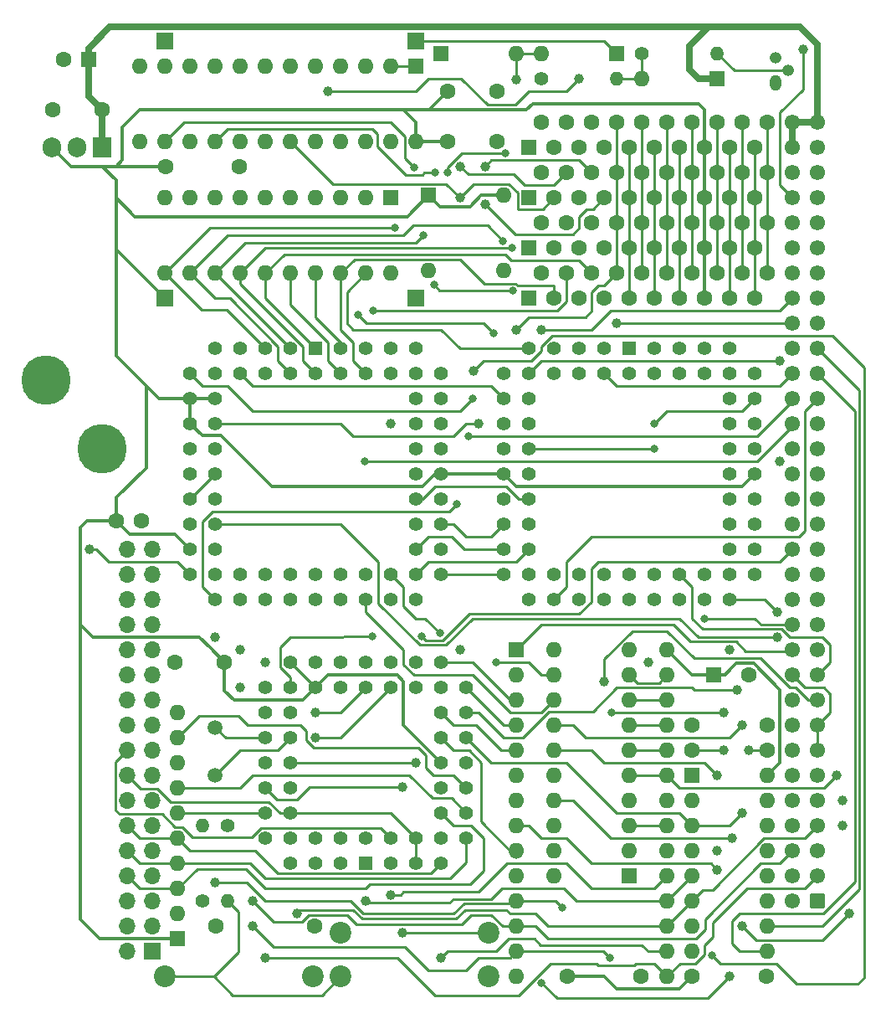
<source format=gbr>
%TF.GenerationSoftware,KiCad,Pcbnew,7.0.11+1*%
%TF.CreationDate,2024-04-14T15:49:11+02:00*%
%TF.ProjectId,GoldCard,476f6c64-4361-4726-942e-6b696361645f,rev?*%
%TF.SameCoordinates,Original*%
%TF.FileFunction,Copper,L1,Top*%
%TF.FilePolarity,Positive*%
%FSLAX46Y46*%
G04 Gerber Fmt 4.6, Leading zero omitted, Abs format (unit mm)*
G04 Created by KiCad (PCBNEW 7.0.11+1) date 2024-04-14 15:49:11*
%MOMM*%
%LPD*%
G01*
G04 APERTURE LIST*
G04 Aperture macros list*
%AMRoundRect*
0 Rectangle with rounded corners*
0 $1 Rounding radius*
0 $2 $3 $4 $5 $6 $7 $8 $9 X,Y pos of 4 corners*
0 Add a 4 corners polygon primitive as box body*
4,1,4,$2,$3,$4,$5,$6,$7,$8,$9,$2,$3,0*
0 Add four circle primitives for the rounded corners*
1,1,$1+$1,$2,$3*
1,1,$1+$1,$4,$5*
1,1,$1+$1,$6,$7*
1,1,$1+$1,$8,$9*
0 Add four rect primitives between the rounded corners*
20,1,$1+$1,$2,$3,$4,$5,0*
20,1,$1+$1,$4,$5,$6,$7,0*
20,1,$1+$1,$6,$7,$8,$9,0*
20,1,$1+$1,$8,$9,$2,$3,0*%
G04 Aperture macros list end*
%TA.AperFunction,ComponentPad*%
%ADD10R,1.600000X1.600000*%
%TD*%
%TA.AperFunction,ComponentPad*%
%ADD11O,1.600000X1.600000*%
%TD*%
%TA.AperFunction,ComponentPad*%
%ADD12C,1.400000*%
%TD*%
%TA.AperFunction,ComponentPad*%
%ADD13O,1.400000X1.400000*%
%TD*%
%TA.AperFunction,ComponentPad*%
%ADD14R,1.700000X1.700000*%
%TD*%
%TA.AperFunction,ComponentPad*%
%ADD15O,1.700000X1.700000*%
%TD*%
%TA.AperFunction,ComponentPad*%
%ADD16O,1.200000X1.600000*%
%TD*%
%TA.AperFunction,ComponentPad*%
%ADD17O,1.200000X1.200000*%
%TD*%
%TA.AperFunction,ComponentPad*%
%ADD18C,0.800000*%
%TD*%
%TA.AperFunction,ComponentPad*%
%ADD19C,5.000000*%
%TD*%
%TA.AperFunction,ComponentPad*%
%ADD20C,2.200000*%
%TD*%
%TA.AperFunction,ComponentPad*%
%ADD21C,1.600000*%
%TD*%
%TA.AperFunction,ComponentPad*%
%ADD22C,1.000000*%
%TD*%
%TA.AperFunction,ComponentPad*%
%ADD23RoundRect,0.249999X0.525001X-0.525001X0.525001X0.525001X-0.525001X0.525001X-0.525001X-0.525001X0*%
%TD*%
%TA.AperFunction,ComponentPad*%
%ADD24C,1.550000*%
%TD*%
%TA.AperFunction,ComponentPad*%
%ADD25C,1.500000*%
%TD*%
%TA.AperFunction,ComponentPad*%
%ADD26R,1.422400X1.422400*%
%TD*%
%TA.AperFunction,ComponentPad*%
%ADD27C,1.422400*%
%TD*%
%TA.AperFunction,ComponentPad*%
%ADD28R,1.905000X2.000000*%
%TD*%
%TA.AperFunction,ComponentPad*%
%ADD29O,1.905000X2.000000*%
%TD*%
%TA.AperFunction,ViaPad*%
%ADD30C,0.800000*%
%TD*%
%TA.AperFunction,ViaPad*%
%ADD31C,1.000000*%
%TD*%
%TA.AperFunction,Conductor*%
%ADD32C,0.350000*%
%TD*%
%TA.AperFunction,Conductor*%
%ADD33C,0.250000*%
%TD*%
%TA.AperFunction,Conductor*%
%ADD34C,0.635000*%
%TD*%
G04 APERTURE END LIST*
D10*
%TO.P,U6,1,A->B*%
%TO.N,GND*%
X219456000Y-129540000D03*
D11*
%TO.P,U6,2,A0*%
%TO.N,unconnected-(U6-A0-Pad2)*%
X219456000Y-127000000D03*
%TO.P,U6,3,A1*%
%TO.N,/A10*%
X219456000Y-124460000D03*
%TO.P,U6,4,A2*%
%TO.N,/A17*%
X219456000Y-121920000D03*
%TO.P,U6,5,A3*%
%TO.N,/A11*%
X219456000Y-119380000D03*
%TO.P,U6,6,A4*%
%TO.N,/A9*%
X219456000Y-116840000D03*
%TO.P,U6,7,A5*%
%TO.N,/A8*%
X219456000Y-114300000D03*
%TO.P,U6,8,A6*%
%TO.N,/A13*%
X219456000Y-111760000D03*
%TO.P,U6,9,A7*%
%TO.N,/A14*%
X219456000Y-109220000D03*
%TO.P,U6,10,GND*%
%TO.N,GND*%
X219456000Y-106680000D03*
%TO.P,U6,11,B7*%
%TO.N,/AG14*%
X211836000Y-106680000D03*
%TO.P,U6,12,B6*%
%TO.N,/AG13*%
X211836000Y-109220000D03*
%TO.P,U6,13,B5*%
%TO.N,/AG8*%
X211836000Y-111760000D03*
%TO.P,U6,14,B4*%
%TO.N,/AG9*%
X211836000Y-114300000D03*
%TO.P,U6,15,B3*%
%TO.N,/AG11*%
X211836000Y-116840000D03*
%TO.P,U6,16,B2*%
%TO.N,/AG17*%
X211836000Y-119380000D03*
%TO.P,U6,17,B1*%
%TO.N,/AG10*%
X211836000Y-121920000D03*
%TO.P,U6,18,B0*%
%TO.N,unconnected-(U6-B0-Pad18)*%
X211836000Y-124460000D03*
%TO.P,U6,19,CE*%
%TO.N,GND*%
X211836000Y-127000000D03*
%TO.P,U6,20,VCC*%
%TO.N,+5V*%
X211836000Y-129540000D03*
%TD*%
D12*
%TO.P,R3,1*%
%TO.N,Net-(U12-SETCU)*%
X176276000Y-132080000D03*
D13*
%TO.P,R3,2*%
%TO.N,GND*%
X176276000Y-124460000D03*
%TD*%
D14*
%TO.P,J2,1,Pin_1*%
%TO.N,GND*%
X171196000Y-137160000D03*
D15*
%TO.P,J2,2,Pin_2*%
%TO.N,unconnected-(J2-Pin_2-Pad2)*%
X168656000Y-137160000D03*
%TO.P,J2,3,Pin_3*%
%TO.N,GND*%
X171196000Y-134620000D03*
%TO.P,J2,4,Pin_4*%
%TO.N,unconnected-(J2-Pin_4-Pad4)*%
X168656000Y-134620000D03*
%TO.P,J2,5,Pin_5*%
%TO.N,GND*%
X171196000Y-132080000D03*
%TO.P,J2,6,Pin_6*%
%TO.N,unconnected-(J2-Pin_6-Pad6)*%
X168656000Y-132080000D03*
%TO.P,J2,7,Pin_7*%
%TO.N,GND*%
X171196000Y-129540000D03*
%TO.P,J2,8,Pin_8*%
%TO.N,/FDC_IP*%
X168656000Y-129540000D03*
%TO.P,J2,9,Pin_9*%
%TO.N,GND*%
X171196000Y-127000000D03*
%TO.P,J2,10,Pin_10*%
%TO.N,/DS0*%
X168656000Y-127000000D03*
%TO.P,J2,11,Pin_11*%
%TO.N,GND*%
X171196000Y-124460000D03*
%TO.P,J2,12,Pin_12*%
%TO.N,/DS1*%
X168656000Y-124460000D03*
%TO.P,J2,13,Pin_13*%
%TO.N,GND*%
X171196000Y-121920000D03*
%TO.P,J2,14,Pin_14*%
%TO.N,/DS2*%
X168656000Y-121920000D03*
%TO.P,J2,15,Pin_15*%
%TO.N,GND*%
X171196000Y-119380000D03*
%TO.P,J2,16,Pin_16*%
%TO.N,/MOTOR_ON*%
X168656000Y-119380000D03*
%TO.P,J2,17,Pin_17*%
%TO.N,GND*%
X171196000Y-116840000D03*
%TO.P,J2,18,Pin_18*%
%TO.N,/FDC_DIR*%
X168656000Y-116840000D03*
%TO.P,J2,19,Pin_19*%
%TO.N,GND*%
X171196000Y-114300000D03*
%TO.P,J2,20,Pin_20*%
%TO.N,/FDC_STEP*%
X168656000Y-114300000D03*
%TO.P,J2,21,Pin_21*%
%TO.N,GND*%
X171196000Y-111760000D03*
%TO.P,J2,22,Pin_22*%
%TO.N,/FDC_WD*%
X168656000Y-111760000D03*
%TO.P,J2,23,Pin_23*%
%TO.N,GND*%
X171196000Y-109220000D03*
%TO.P,J2,24,Pin_24*%
%TO.N,/FDC_WG*%
X168656000Y-109220000D03*
%TO.P,J2,25,Pin_25*%
%TO.N,GND*%
X171196000Y-106680000D03*
%TO.P,J2,26,Pin_26*%
%TO.N,/FDC_T0*%
X168656000Y-106680000D03*
%TO.P,J2,27,Pin_27*%
%TO.N,GND*%
X171196000Y-104140000D03*
%TO.P,J2,28,Pin_28*%
%TO.N,/FDC_WPRT*%
X168656000Y-104140000D03*
%TO.P,J2,29,Pin_29*%
%TO.N,GND*%
X171196000Y-101600000D03*
%TO.P,J2,30,Pin_30*%
%TO.N,/FDC_RD*%
X168656000Y-101600000D03*
%TO.P,J2,31,Pin_31*%
%TO.N,GND*%
X171196000Y-99060000D03*
%TO.P,J2,32,Pin_32*%
%TO.N,/FDC_HD*%
X168656000Y-99060000D03*
%TO.P,J2,33,Pin_33*%
%TO.N,GND*%
X171196000Y-96520000D03*
%TO.P,J2,34,Pin_34*%
%TO.N,unconnected-(J2-Pin_34-Pad34)*%
X168656000Y-96520000D03*
%TD*%
D10*
%TO.P,U4,1,A->B*%
%TO.N,/RW*%
X195326000Y-60960000D03*
D11*
%TO.P,U4,2,A0*%
%TO.N,/D7*%
X192786000Y-60960000D03*
%TO.P,U4,3,A1*%
%TO.N,/D6*%
X190246000Y-60960000D03*
%TO.P,U4,4,A2*%
%TO.N,/D5*%
X187706000Y-60960000D03*
%TO.P,U4,5,A3*%
%TO.N,/D4*%
X185166000Y-60960000D03*
%TO.P,U4,6,A4*%
%TO.N,/D3*%
X182626000Y-60960000D03*
%TO.P,U4,7,A5*%
%TO.N,/D2*%
X180086000Y-60960000D03*
%TO.P,U4,8,A6*%
%TO.N,/D1*%
X177546000Y-60960000D03*
%TO.P,U4,9,A7*%
%TO.N,/D0*%
X175006000Y-60960000D03*
%TO.P,U4,10,GND*%
%TO.N,GND*%
X172466000Y-60960000D03*
%TO.P,U4,11,B7*%
%TO.N,/DG0*%
X172466000Y-68580000D03*
%TO.P,U4,12,B6*%
%TO.N,/DG1*%
X175006000Y-68580000D03*
%TO.P,U4,13,B5*%
%TO.N,/DG2*%
X177546000Y-68580000D03*
%TO.P,U4,14,B4*%
%TO.N,/DG3*%
X180086000Y-68580000D03*
%TO.P,U4,15,B3*%
%TO.N,/DG4*%
X182626000Y-68580000D03*
%TO.P,U4,16,B2*%
%TO.N,/DG5*%
X185166000Y-68580000D03*
%TO.P,U4,17,B1*%
%TO.N,/DG6*%
X187706000Y-68580000D03*
%TO.P,U4,18,B0*%
%TO.N,/DG7*%
X190246000Y-68580000D03*
%TO.P,U4,19,CE*%
%TO.N,/RDL*%
X192786000Y-68580000D03*
%TO.P,U4,20,VCC*%
%TO.N,+5V*%
X195326000Y-68580000D03*
%TD*%
D16*
%TO.P,Q1,1,E*%
%TO.N,/CSRTC*%
X234245700Y-49345300D03*
D17*
%TO.P,Q1,2,B*%
%TO.N,Net-(Q1-B)*%
X235515700Y-48075300D03*
%TO.P,Q1,3,C*%
%TO.N,Net-(Q1-C)*%
X234245700Y-46805300D03*
%TD*%
D10*
%TO.P,D1,1,K*%
%TO.N,GND*%
X200406000Y-46355000D03*
D11*
%TO.P,D1,2,A*%
%TO.N,Net-(D1-A)*%
X208026000Y-46355000D03*
%TD*%
D18*
%TO.P,H1,1,1*%
%TO.N,GND*%
X158526000Y-79375000D03*
X159075175Y-78049175D03*
X159075175Y-80700825D03*
X160401000Y-77500000D03*
D19*
X160401000Y-79375000D03*
D18*
X160401000Y-81250000D03*
X161726825Y-78049175D03*
X161726825Y-80700825D03*
X162276000Y-79375000D03*
%TD*%
D20*
%TO.P,C3,1*%
%TO.N,Net-(U12-FE50)*%
X205232000Y-139700000D03*
%TO.P,C3,2*%
%TO.N,Net-(C3-Pad2)*%
X190232000Y-139700000D03*
%TD*%
D21*
%TO.P,C10,1*%
%TO.N,+5V*%
X201081000Y-50165000D03*
%TO.P,C10,2*%
%TO.N,GND*%
X206081000Y-50165000D03*
%TD*%
%TO.P,C14,1*%
%TO.N,+5V*%
X178482000Y-107950000D03*
%TO.P,C14,2*%
%TO.N,GND*%
X173482000Y-107950000D03*
%TD*%
%TO.P,C1,1*%
%TO.N,Net-(U7-XTAL_IN)*%
X233426000Y-116800000D03*
%TO.P,C1,2*%
%TO.N,GND*%
X233426000Y-114300000D03*
%TD*%
D22*
%TO.P,Y3,1,1*%
%TO.N,Net-(U7-XTAL_OUT)*%
X228981000Y-116840000D03*
%TO.P,Y3,2,2*%
%TO.N,Net-(U7-XTAL_IN)*%
X231521000Y-116840000D03*
%TD*%
D10*
%TO.P,U8,1,~{OE}*%
%TO.N,GND*%
X209296000Y-66040000D03*
D21*
%TO.P,U8,2,~{CAS}*%
%TO.N,/CAS0*%
X210566000Y-63500000D03*
%TO.P,U8,3,D2*%
%TO.N,/DG3*%
X211836000Y-66040000D03*
%TO.P,U8,4,D3*%
%TO.N,/DG1*%
X213106000Y-63500000D03*
%TO.P,U8,5,GND*%
%TO.N,GND*%
X214376000Y-66040000D03*
%TO.P,U8,6,D0*%
%TO.N,/DG0*%
X215646000Y-63500000D03*
%TO.P,U8,7,D1*%
%TO.N,/DG2*%
X216916000Y-66040000D03*
%TO.P,U8,8,~{WR}*%
%TO.N,/RW*%
X218186000Y-63500000D03*
%TO.P,U8,9,~{RAS}*%
%TO.N,/RAS*%
X219456000Y-66040000D03*
%TO.P,U8,10,A9*%
%TO.N,/MA9*%
X220726000Y-63500000D03*
%TO.P,U8,11,A0*%
%TO.N,/MA0*%
X221996000Y-66040000D03*
%TO.P,U8,12,A1*%
%TO.N,/MA1*%
X223266000Y-63500000D03*
%TO.P,U8,13,A2*%
%TO.N,/MA2*%
X224536000Y-66040000D03*
%TO.P,U8,14,A3*%
%TO.N,/MA3*%
X225806000Y-63500000D03*
%TO.P,U8,15,VCC*%
%TO.N,+5V*%
X227076000Y-66040000D03*
%TO.P,U8,16,A4*%
%TO.N,/MA4*%
X228346000Y-63500000D03*
%TO.P,U8,17,A5*%
%TO.N,/MA5*%
X229616000Y-66040000D03*
%TO.P,U8,18,A6*%
%TO.N,/MA6*%
X230886000Y-63500000D03*
%TO.P,U8,19,A7*%
%TO.N,/MA7*%
X232156000Y-66040000D03*
%TO.P,U8,20,A8*%
%TO.N,/MA8*%
X233426000Y-63500000D03*
%TD*%
D14*
%TO.P,J5,1,Pin_1*%
%TO.N,unconnected-(J5-Pin_1-Pad1)*%
X197866000Y-71120000D03*
%TD*%
D21*
%TO.P,C15,1*%
%TO.N,+5V*%
X201081000Y-55245000D03*
%TO.P,C15,2*%
%TO.N,GND*%
X206081000Y-55245000D03*
%TD*%
D14*
%TO.P,J6,1,Pin_1*%
%TO.N,unconnected-(J6-Pin_1-Pad1)*%
X172466000Y-45085000D03*
%TD*%
D12*
%TO.P,R1,1*%
%TO.N,GND*%
X210566000Y-48895000D03*
D13*
%TO.P,R1,2*%
%TO.N,Net-(D3-A)*%
X218186000Y-48895000D03*
%TD*%
D20*
%TO.P,C4,1*%
%TO.N,Net-(U12-FE25)*%
X205232000Y-135255000D03*
%TO.P,C4,2*%
%TO.N,Net-(C3-Pad2)*%
X190232000Y-135255000D03*
%TD*%
D21*
%TO.P,C6,1*%
%TO.N,Net-(U12-FILT)*%
X177606000Y-134620000D03*
%TO.P,C6,2*%
%TO.N,GND*%
X187606000Y-134620000D03*
%TD*%
D10*
%TO.P,X1,1,EN*%
%TO.N,+5V*%
X199136000Y-60706000D03*
D11*
%TO.P,X1,4,GND*%
%TO.N,GND*%
X199136000Y-68326000D03*
%TO.P,X1,5,OUT*%
%TO.N,/16MHZ*%
X206756000Y-68326000D03*
%TO.P,X1,8,Vcc*%
%TO.N,+5V*%
X206756000Y-60706000D03*
%TD*%
D10*
%TO.P,C16,1*%
%TO.N,+5V*%
X228021000Y-109220000D03*
D21*
%TO.P,C16,2*%
%TO.N,GND*%
X231521000Y-109220000D03*
%TD*%
D23*
%TO.P,J1,a1,GND*%
%TO.N,GND*%
X238506000Y-132080000D03*
D24*
%TO.P,J1,a2,D3*%
%TO.N,/D3*%
X238506000Y-129540000D03*
%TO.P,J1,a3,D4*%
%TO.N,/D4*%
X238506000Y-127000000D03*
%TO.P,J1,a4,D5*%
%TO.N,/D5*%
X238506000Y-124460000D03*
%TO.P,J1,a5,D6*%
%TO.N,/D6*%
X238506000Y-121920000D03*
%TO.P,J1,a6,D7*%
%TO.N,/D7*%
X238506000Y-119380000D03*
%TO.P,J1,a7,A19*%
%TO.N,/A18*%
X238506000Y-116840000D03*
%TO.P,J1,a8,A18*%
X238506000Y-114300000D03*
%TO.P,J1,a9,A17*%
%TO.N,/A17*%
X238506000Y-111760000D03*
%TO.P,J1,a10,A16*%
%TO.N,/A16*%
X238506000Y-109220000D03*
%TO.P,J1,a11,CLKCPU*%
%TO.N,unconnected-(J1-CLKCPU-Pada11)*%
X238506000Y-106680000D03*
%TO.P,J1,a12,RED*%
%TO.N,unconnected-(J1-RED-Pada12)*%
X238506000Y-104140000D03*
%TO.P,J1,a13,A14*%
%TO.N,/A14*%
X238506000Y-101600000D03*
%TO.P,J1,a14,A13*%
%TO.N,/A13*%
X238506000Y-99060000D03*
%TO.P,J1,a15,A12*%
%TO.N,/A12*%
X238506000Y-96520000D03*
%TO.P,J1,a16,A11*%
%TO.N,/A11*%
X238506000Y-93980000D03*
%TO.P,J1,a17,A10*%
%TO.N,/A10*%
X238506000Y-91440000D03*
%TO.P,J1,a18,A9*%
%TO.N,/A9*%
X238506000Y-88900000D03*
%TO.P,J1,a19,A8*%
%TO.N,/A8*%
X238506000Y-86360000D03*
%TO.P,J1,a20,A7*%
%TO.N,/A7*%
X238506000Y-83820000D03*
%TO.P,J1,a21,A6*%
%TO.N,/A6*%
X238506000Y-81280000D03*
%TO.P,J1,a22,A5*%
%TO.N,/A5*%
X238506000Y-78740000D03*
%TO.P,J1,a23,A4*%
%TO.N,/A4*%
X238506000Y-76200000D03*
%TO.P,J1,a24,A3*%
%TO.N,/A3*%
X238506000Y-73660000D03*
%TO.P,J1,a25,~{DBG}*%
%TO.N,unconnected-(J1-~{DBG}-Pada25)*%
X238506000Y-71120000D03*
%TO.P,J1,a26,SP2*%
%TO.N,GND*%
X238506000Y-68580000D03*
%TO.P,J1,a27,~{DSMC}*%
%TO.N,unconnected-(J1-~{DSMC}-Pada27)*%
X238506000Y-66040000D03*
%TO.P,J1,a28,SP1*%
%TO.N,GND*%
X238506000Y-63500000D03*
%TO.P,J1,a29,SP0*%
X238506000Y-60960000D03*
%TO.P,J1,a30,+12V*%
%TO.N,unconnected-(J1-+12V-Pada30)*%
X238506000Y-58420000D03*
%TO.P,J1,a31,-12V*%
%TO.N,unconnected-(J1--12V-Pada31)*%
X238506000Y-55880000D03*
%TO.P,J1,a32,Vin*%
%TO.N,+9V*%
X238506000Y-53340000D03*
%TO.P,J1,b1,GND*%
%TO.N,GND*%
X235966000Y-132080000D03*
%TO.P,J1,b2,D2*%
%TO.N,/D2*%
X235966000Y-129540000D03*
%TO.P,J1,b3,D1*%
%TO.N,/D1*%
X235966000Y-127000000D03*
%TO.P,J1,b4,D0*%
%TO.N,/D0*%
X235966000Y-124460000D03*
%TO.P,J1,b5,~{AS}*%
%TO.N,unconnected-(J1-~{AS}-Padb5)*%
X235966000Y-121920000D03*
%TO.P,J1,b6,~{DS}*%
%TO.N,/DS*%
X235966000Y-119380000D03*
%TO.P,J1,b7,~{DRW}*%
%TO.N,/RDW*%
X235966000Y-116840000D03*
%TO.P,J1,b8,~{DTACK}*%
%TO.N,/DTACK*%
X235966000Y-114300000D03*
%TO.P,J1,b9,~{BG}*%
%TO.N,unconnected-(J1-~{BG}-Padb9)*%
X235966000Y-111760000D03*
%TO.P,J1,b10,~{BR}*%
%TO.N,/A18*%
X235966000Y-109220000D03*
%TO.P,J1,b11,A15*%
%TO.N,/A15*%
X235966000Y-106680000D03*
%TO.P,J1,b12,~{RESETCPU}*%
%TO.N,/RESET*%
X235966000Y-104140000D03*
%TO.P,J1,b13,~{CSYNC}*%
%TO.N,unconnected-(J1-~{CSYNC}-Padb13)*%
X235966000Y-101600000D03*
%TO.P,J1,b14,E*%
%TO.N,unconnected-(J1-E-Padb14)*%
X235966000Y-99060000D03*
%TO.P,J1,b15,VSYNCH*%
%TO.N,/VSYNC*%
X235966000Y-96520000D03*
%TO.P,J1,b16,~{VPA}*%
%TO.N,/VPA*%
X235966000Y-93980000D03*
%TO.P,J1,b17,GREEN*%
%TO.N,unconnected-(J1-GREEN-Padb17)*%
X235966000Y-91440000D03*
%TO.P,J1,b18,BLUE*%
%TO.N,unconnected-(J1-BLUE-Padb18)*%
X235966000Y-88900000D03*
%TO.P,J1,b19,FC2*%
%TO.N,unconnected-(J1-FC2-Padb19)*%
X235966000Y-86360000D03*
%TO.P,J1,b20,FC1*%
%TO.N,/FC1*%
X235966000Y-83820000D03*
%TO.P,J1,b21,FC0*%
%TO.N,/FC0*%
X235966000Y-81280000D03*
%TO.P,J1,b22,A0*%
%TO.N,/A0*%
X235966000Y-78740000D03*
%TO.P,J1,b23,ROMOEH*%
%TO.N,unconnected-(J1-ROMOEH-Padb23)*%
X235966000Y-76200000D03*
%TO.P,J1,b24,A1*%
%TO.N,/A1*%
X235966000Y-73660000D03*
%TO.P,J1,b25,A2*%
%TO.N,/A2*%
X235966000Y-71120000D03*
%TO.P,J1,b26,SP3*%
%TO.N,GND*%
X235966000Y-68580000D03*
%TO.P,J1,b27,~{IPLO}*%
%TO.N,/IPL0*%
X235966000Y-66040000D03*
%TO.P,J1,b28,~{BERR}*%
%TO.N,unconnected-(J1-~{BERR}-Padb28)*%
X235966000Y-63500000D03*
%TO.P,J1,b29,~{IPL1}*%
%TO.N,/IPL1*%
X235966000Y-60960000D03*
%TO.P,J1,b30,~{EXTINT}*%
%TO.N,unconnected-(J1-~{EXTINT}-Padb30)*%
X235966000Y-58420000D03*
%TO.P,J1,b31,Vin*%
%TO.N,+9V*%
X235966000Y-55880000D03*
%TO.P,J1,b32,Vin*%
X235966000Y-53340000D03*
%TD*%
D25*
%TO.P,Y2,1,1*%
%TO.N,Net-(U12-OSC2{slash}CLK)*%
X177546000Y-119380000D03*
%TO.P,Y2,2,2*%
%TO.N,Net-(U12-OSC1)*%
X177546000Y-114500000D03*
%TD*%
D26*
%TO.P,U2,1,GND*%
%TO.N,GND*%
X219456000Y-76200000D03*
D27*
%TO.P,U2,2,I/O_1A*%
%TO.N,/RAS*%
X219456000Y-78740000D03*
%TO.P,U2,3,I/O_2A*%
%TO.N,/DTA*%
X216916000Y-76200000D03*
%TO.P,U2,4,I/O_3A*%
%TO.N,/A0*%
X216916000Y-78740000D03*
%TO.P,U2,5,I/O_4A*%
%TO.N,/RDH*%
X214376000Y-76200000D03*
%TO.P,U2,6,I/O_5A*%
%TO.N,/WRH*%
X214376000Y-78740000D03*
%TO.P,U2,7,I/O_6A*%
%TO.N,/CAS0*%
X211836000Y-76200000D03*
%TO.P,U2,8,I/O_7A*%
%TO.N,/CAS1*%
X211836000Y-78740000D03*
%TO.P,U2,9,I/O_8A*%
%TO.N,/RDL*%
X209296000Y-76200000D03*
%TO.P,U2,10,I/O_9A*%
%TO.N,/UDS*%
X206756000Y-78740000D03*
%TO.P,U2,11,I/O_10A*%
%TO.N,/DTACK*%
X209296000Y-78740000D03*
%TO.P,U2,12,I/O_11A*%
%TO.N,/LDS*%
X206756000Y-81280000D03*
%TO.P,U2,13,I/O_12A*%
%TO.N,unconnected-(U2-I{slash}O_12A-Pad13)*%
X209296000Y-81280000D03*
%TO.P,U2,14,INP1*%
%TO.N,/RW*%
X206756000Y-83820000D03*
%TO.P,U2,15,INP2*%
%TO.N,/AG3*%
X209296000Y-83820000D03*
%TO.P,U2,16,INP3*%
%TO.N,/AG5*%
X206756000Y-86360000D03*
%TO.P,U2,17,INP4/CLK1*%
%TO.N,/RESET*%
X209296000Y-86360000D03*
%TO.P,U2,18,VCC*%
%TO.N,+5V*%
X206756000Y-88900000D03*
%TO.P,U2,19,INP5/CLK2*%
%TO.N,/AG19*%
X209296000Y-88900000D03*
%TO.P,U2,20,INP6*%
%TO.N,/16MHZ*%
X206756000Y-91440000D03*
%TO.P,U2,21,INP7*%
%TO.N,/AG20*%
X209296000Y-91440000D03*
%TO.P,U2,22,INP8*%
%TO.N,/AG17*%
X206756000Y-93980000D03*
%TO.P,U2,23,I/O_13B*%
%TO.N,unconnected-(U2-I{slash}O_13B-Pad23)*%
X209296000Y-93980000D03*
%TO.P,U2,24,I/O_14B*%
%TO.N,/AG16*%
X206756000Y-96520000D03*
%TO.P,U2,25,I/O_15B*%
%TO.N,/AG14*%
X209296000Y-96520000D03*
%TO.P,U2,26,I/O_16B*%
%TO.N,/AG13*%
X206756000Y-99060000D03*
%TO.P,U2,27,I/O_17B*%
%TO.N,/A12*%
X209296000Y-101600000D03*
%TO.P,U2,28,I/O_18B*%
%TO.N,/A15*%
X209296000Y-99060000D03*
%TO.P,U2,29,I/O_19B*%
%TO.N,/A6*%
X211836000Y-101600000D03*
%TO.P,U2,30,I/O_20B*%
%TO.N,/A7*%
X211836000Y-99060000D03*
%TO.P,U2,31,I/O_21B*%
%TO.N,/A4*%
X214376000Y-101600000D03*
%TO.P,U2,32,I/O_22B*%
%TO.N,/A5*%
X214376000Y-99060000D03*
%TO.P,U2,33,I/O_23B*%
%TO.N,/A3*%
X216916000Y-101600000D03*
%TO.P,U2,34,I/O_24B*%
%TO.N,/A2*%
X216916000Y-99060000D03*
%TO.P,U2,35,GND*%
%TO.N,GND*%
X219456000Y-101600000D03*
%TO.P,U2,36,I/O_25C*%
%TO.N,/AG1*%
X219456000Y-99060000D03*
%TO.P,U2,37,I/O_26C*%
%TO.N,/A1*%
X221996000Y-101600000D03*
%TO.P,U2,38,I/O_27C*%
%TO.N,/CSRTC*%
X221996000Y-99060000D03*
%TO.P,U2,39,I/O_28C*%
%TO.N,/RDW*%
X224536000Y-101600000D03*
%TO.P,U2,40,I/O_29C*%
%TO.N,/A16*%
X224536000Y-99060000D03*
%TO.P,U2,41,I/O_30C*%
%TO.N,/MA5*%
X227076000Y-101600000D03*
%TO.P,U2,42,I/O_31C*%
%TO.N,/MA8*%
X227076000Y-99060000D03*
%TO.P,U2,43,I/O_32C*%
%TO.N,/DS*%
X229616000Y-101600000D03*
%TO.P,U2,44,I/O_33C*%
%TO.N,/FDCON_CS*%
X232156000Y-99060000D03*
%TO.P,U2,45,I/O_34C*%
%TO.N,/CSROM*%
X229616000Y-99060000D03*
%TO.P,U2,46,I/O_35C*%
%TO.N,unconnected-(U2-I{slash}O_35C-Pad46)*%
X232156000Y-96520000D03*
%TO.P,U2,47,I/O_36C*%
%TO.N,/RESFDC*%
X229616000Y-96520000D03*
%TO.P,U2,48,INP9*%
%TO.N,/AG2*%
X232156000Y-93980000D03*
%TO.P,U2,49,INP10*%
%TO.N,/AG4*%
X229616000Y-93980000D03*
%TO.P,U2,50,INP11*%
%TO.N,/AG8*%
X232156000Y-91440000D03*
%TO.P,U2,51,CLK3/INP12*%
%TO.N,/AG6*%
X229616000Y-91440000D03*
%TO.P,U2,52,VCC*%
%TO.N,+5V*%
X232156000Y-88900000D03*
%TO.P,U2,53,CLK4/INP13*%
%TO.N,/AG10*%
X229616000Y-88900000D03*
%TO.P,U2,54,INP14*%
%TO.N,/AG12*%
X232156000Y-86360000D03*
%TO.P,U2,55,INP15*%
%TO.N,/AG11*%
X229616000Y-86360000D03*
%TO.P,U2,56,INP16*%
%TO.N,/AG15*%
X232156000Y-83820000D03*
%TO.P,U2,57,I/O_37D*%
%TO.N,/AG18*%
X229616000Y-83820000D03*
%TO.P,U2,58,I/O_38D*%
%TO.N,/AG9*%
X232156000Y-81280000D03*
%TO.P,U2,59,I/O_39D*%
%TO.N,/AG7*%
X229616000Y-81280000D03*
%TO.P,U2,60,I/O_40D*%
%TO.N,unconnected-(U2-I{slash}O_40D-Pad60)*%
X232156000Y-78740000D03*
%TO.P,U2,61,I/O_41D*%
%TO.N,/MA6*%
X229616000Y-76200000D03*
%TO.P,U2,62,I/O_42D*%
%TO.N,/MA7*%
X229616000Y-78740000D03*
%TO.P,U2,63,I/O_43D*%
%TO.N,/MA4*%
X227076000Y-76200000D03*
%TO.P,U2,64,I/O_44D*%
%TO.N,/MA3*%
X227076000Y-78740000D03*
%TO.P,U2,65,I/O_45D*%
%TO.N,/MA2*%
X224536000Y-76200000D03*
%TO.P,U2,66,I/O_46D*%
%TO.N,/MA1*%
X224536000Y-78740000D03*
%TO.P,U2,67,I/O_47D*%
%TO.N,/MA0*%
X221996000Y-76200000D03*
%TO.P,U2,68,I/O_48D*%
%TO.N,/MA9*%
X221996000Y-78740000D03*
%TD*%
D26*
%TO.P,U1,1,D4*%
%TO.N,/DG4*%
X187706000Y-76200000D03*
D27*
%TO.P,U1,2,D3*%
%TO.N,/DG3*%
X187706000Y-78740000D03*
%TO.P,U1,3,D2*%
%TO.N,/DG2*%
X185166000Y-76200000D03*
%TO.P,U1,4,D1*%
%TO.N,/DG1*%
X185166000Y-78740000D03*
%TO.P,U1,5,D0*%
%TO.N,/DG0*%
X182626000Y-76200000D03*
%TO.P,U1,6,AS*%
%TO.N,unconnected-(U1-AS-Pad6)*%
X182626000Y-78740000D03*
%TO.P,U1,7,UDS*%
%TO.N,/UDS*%
X180086000Y-76200000D03*
%TO.P,U1,8,LDS*%
%TO.N,/LDS*%
X180086000Y-78740000D03*
%TO.P,U1,9,R/W*%
%TO.N,/RW*%
X177546000Y-76200000D03*
%TO.P,U1,10,DTACK*%
%TO.N,/DTA*%
X175006000Y-78740000D03*
%TO.P,U1,11,BG*%
%TO.N,unconnected-(U1-BG-Pad11)*%
X177546000Y-78740000D03*
%TO.P,U1,12,BGACK*%
%TO.N,+5V*%
X175006000Y-81280000D03*
%TO.P,U1,13,BR*%
X177546000Y-81280000D03*
%TO.P,U1,14,VCC*%
X175006000Y-83820000D03*
%TO.P,U1,15,CLK*%
%TO.N,/16MHZ*%
X177546000Y-83820000D03*
%TO.P,U1,16,GND*%
%TO.N,GND*%
X175006000Y-86360000D03*
%TO.P,U1,17,GND*%
X177546000Y-86360000D03*
%TO.P,U1,18,NC*%
%TO.N,unconnected-(U1-NC-Pad18)*%
X175006000Y-88900000D03*
%TO.P,U1,19,HALT*%
%TO.N,/RESET*%
X177546000Y-88900000D03*
%TO.P,U1,20,RESET*%
X175006000Y-91440000D03*
%TO.P,U1,21,VMA*%
%TO.N,unconnected-(U1-VMA-Pad21)*%
X177546000Y-91440000D03*
%TO.P,U1,22,E*%
%TO.N,unconnected-(U1-E-Pad22)*%
X175006000Y-93980000D03*
%TO.P,U1,23,VPA*%
%TO.N,/VPA*%
X177546000Y-93980000D03*
%TO.P,U1,24,BERR*%
%TO.N,+5V*%
X175006000Y-96520000D03*
%TO.P,U1,25,IPL2*%
%TO.N,unconnected-(U1-IPL2-Pad25)*%
X177546000Y-96520000D03*
%TO.P,U1,26,IPL1*%
%TO.N,/IPL1*%
X175006000Y-99060000D03*
%TO.P,U1,27,IPL0*%
%TO.N,/IPL0*%
X177546000Y-101600000D03*
%TO.P,U1,28,FC2*%
%TO.N,unconnected-(U1-FC2-Pad28)*%
X177546000Y-99060000D03*
%TO.P,U1,29,FC1*%
%TO.N,/FC1*%
X180086000Y-101600000D03*
%TO.P,U1,30,FC0*%
%TO.N,/FC0*%
X180086000Y-99060000D03*
%TO.P,U1,31,NC*%
%TO.N,unconnected-(U1-NC-Pad31)*%
X182626000Y-101600000D03*
%TO.P,U1,32,A1*%
%TO.N,/AG1*%
X182626000Y-99060000D03*
%TO.P,U1,33,A2*%
%TO.N,/AG2*%
X185166000Y-101600000D03*
%TO.P,U1,34,A3*%
%TO.N,/AG3*%
X185166000Y-99060000D03*
%TO.P,U1,35,A4*%
%TO.N,/AG4*%
X187706000Y-101600000D03*
%TO.P,U1,36,A5*%
%TO.N,/AG5*%
X187706000Y-99060000D03*
%TO.P,U1,37,A6*%
%TO.N,/AG6*%
X190246000Y-101600000D03*
%TO.P,U1,38,A7*%
%TO.N,/AG7*%
X190246000Y-99060000D03*
%TO.P,U1,39,A8*%
%TO.N,/AG8*%
X192786000Y-101600000D03*
%TO.P,U1,40,A9*%
%TO.N,/AG9*%
X192786000Y-99060000D03*
%TO.P,U1,41,A10*%
%TO.N,/AG10*%
X195326000Y-101600000D03*
%TO.P,U1,42,A11*%
%TO.N,/AG11*%
X195326000Y-99060000D03*
%TO.P,U1,43,A12*%
%TO.N,/AG12*%
X197866000Y-101600000D03*
%TO.P,U1,44,A13*%
%TO.N,/AG13*%
X200406000Y-99060000D03*
%TO.P,U1,45,A14*%
%TO.N,/AG14*%
X197866000Y-99060000D03*
%TO.P,U1,46,A15*%
%TO.N,/AG15*%
X200406000Y-96520000D03*
%TO.P,U1,47,A16*%
%TO.N,/AG16*%
X197866000Y-96520000D03*
%TO.P,U1,48,A17*%
%TO.N,/AG17*%
X200406000Y-93980000D03*
%TO.P,U1,49,A18*%
%TO.N,/AG18*%
X197866000Y-93980000D03*
%TO.P,U1,50,A19*%
%TO.N,/AG19*%
X200406000Y-91440000D03*
%TO.P,U1,51,A20*%
%TO.N,/AG20*%
X197866000Y-91440000D03*
%TO.P,U1,52,VCC*%
%TO.N,+5V*%
X200406000Y-88900000D03*
%TO.P,U1,53,A21*%
%TO.N,unconnected-(U1-A21-Pad53)*%
X197866000Y-88900000D03*
%TO.P,U1,54,A22*%
%TO.N,unconnected-(U1-A22-Pad54)*%
X200406000Y-86360000D03*
%TO.P,U1,55,A23*%
%TO.N,unconnected-(U1-A23-Pad55)*%
X197866000Y-86360000D03*
%TO.P,U1,56,GND*%
%TO.N,GND*%
X200406000Y-83820000D03*
%TO.P,U1,57,GND*%
X197866000Y-83820000D03*
%TO.P,U1,58,D15*%
%TO.N,/DG15*%
X200406000Y-81280000D03*
%TO.P,U1,59,D14*%
%TO.N,/DG14*%
X197866000Y-81280000D03*
%TO.P,U1,60,D13*%
%TO.N,/DG13*%
X200406000Y-78740000D03*
%TO.P,U1,61,D12*%
%TO.N,/DG12*%
X197866000Y-76200000D03*
%TO.P,U1,62,D11*%
%TO.N,/DG11*%
X197866000Y-78740000D03*
%TO.P,U1,63,D10*%
%TO.N,/DG10*%
X195326000Y-76200000D03*
%TO.P,U1,64,D9*%
%TO.N,/DG9*%
X195326000Y-78740000D03*
%TO.P,U1,65,D8*%
%TO.N,/DG8*%
X192786000Y-76200000D03*
%TO.P,U1,66,D7*%
%TO.N,/DG7*%
X192786000Y-78740000D03*
%TO.P,U1,67,D6*%
%TO.N,/DG6*%
X190246000Y-76200000D03*
%TO.P,U1,68,D5*%
%TO.N,/DG5*%
X190246000Y-78740000D03*
%TD*%
D21*
%TO.P,C7,1*%
%TO.N,+5V*%
X225806000Y-139700000D03*
%TO.P,C7,2*%
%TO.N,GND*%
X233306000Y-139700000D03*
%TD*%
%TO.P,C11,1*%
%TO.N,+5V*%
X167533000Y-93599000D03*
%TO.P,C11,2*%
%TO.N,GND*%
X170033000Y-93599000D03*
%TD*%
D12*
%TO.P,R4,1*%
%TO.N,Net-(U12-FILT)*%
X178816000Y-124460000D03*
D13*
%TO.P,R4,2*%
%TO.N,Net-(C3-Pad2)*%
X178816000Y-132080000D03*
%TD*%
D10*
%TO.P,U5,1,CP_AB*%
%TO.N,/WRH*%
X197866000Y-47625000D03*
D11*
%TO.P,U5,2,S_AB*%
X195326000Y-47625000D03*
%TO.P,U5,3,DIR*%
%TO.N,/RW*%
X192786000Y-47625000D03*
%TO.P,U5,4,A0*%
%TO.N,/D7*%
X190246000Y-47625000D03*
%TO.P,U5,5,A1*%
%TO.N,/D6*%
X187706000Y-47625000D03*
%TO.P,U5,6,A2*%
%TO.N,/D5*%
X185166000Y-47625000D03*
%TO.P,U5,7,A3*%
%TO.N,/D4*%
X182626000Y-47625000D03*
%TO.P,U5,8,A4*%
%TO.N,/D3*%
X180086000Y-47625000D03*
%TO.P,U5,9,A5*%
%TO.N,/D2*%
X177546000Y-47625000D03*
%TO.P,U5,10,A6*%
%TO.N,/D1*%
X175006000Y-47625000D03*
%TO.P,U5,11,A7*%
%TO.N,/D0*%
X172466000Y-47625000D03*
%TO.P,U5,12,GND*%
%TO.N,GND*%
X169926000Y-47625000D03*
%TO.P,U5,13,B7*%
%TO.N,/DG8*%
X169926000Y-55245000D03*
%TO.P,U5,14,B6*%
%TO.N,/DG9*%
X172466000Y-55245000D03*
%TO.P,U5,15,B5*%
%TO.N,/DG10*%
X175006000Y-55245000D03*
%TO.P,U5,16,B4*%
%TO.N,/DG11*%
X177546000Y-55245000D03*
%TO.P,U5,17,B3*%
%TO.N,/DG12*%
X180086000Y-55245000D03*
%TO.P,U5,18,B2*%
%TO.N,/DG13*%
X182626000Y-55245000D03*
%TO.P,U5,19,B1*%
%TO.N,/DG14*%
X185166000Y-55245000D03*
%TO.P,U5,20,B0*%
%TO.N,/DG15*%
X187706000Y-55245000D03*
%TO.P,U5,21,OE_L*%
%TO.N,/RDH*%
X190246000Y-55245000D03*
%TO.P,U5,22,S_BA*%
%TO.N,GND*%
X192786000Y-55245000D03*
%TO.P,U5,23,CP_BA*%
X195326000Y-55245000D03*
%TO.P,U5,24,VCC*%
%TO.N,+5V*%
X197866000Y-55245000D03*
%TD*%
D21*
%TO.P,C12,1*%
%TO.N,+5V*%
X172506000Y-57785000D03*
%TO.P,C12,2*%
%TO.N,GND*%
X180006000Y-57785000D03*
%TD*%
D28*
%TO.P,U0,1,IN*%
%TO.N,+9V*%
X166116000Y-55880000D03*
D29*
%TO.P,U0,2,GND*%
%TO.N,GND*%
X163576000Y-55880000D03*
%TO.P,U0,3,OUT*%
%TO.N,+5V*%
X161036000Y-55880000D03*
%TD*%
D21*
%TO.P,C13,1*%
%TO.N,+5V*%
X213146000Y-139700000D03*
%TO.P,C13,2*%
%TO.N,GND*%
X220646000Y-139700000D03*
%TD*%
D10*
%TO.P,U11,1,~{OE}*%
%TO.N,GND*%
X209296000Y-60960000D03*
D21*
%TO.P,U11,2,~{CAS}*%
%TO.N,/CAS1*%
X210566000Y-58420000D03*
%TO.P,U11,3,D2*%
%TO.N,/DG14*%
X211836000Y-60960000D03*
%TO.P,U11,4,D3*%
%TO.N,/DG13*%
X213106000Y-58420000D03*
%TO.P,U11,5,GND*%
%TO.N,GND*%
X214376000Y-60960000D03*
%TO.P,U11,6,D0*%
%TO.N,/DG12*%
X215646000Y-58420000D03*
%TO.P,U11,7,D1*%
%TO.N,/DG15*%
X216916000Y-60960000D03*
%TO.P,U11,8,~{WR}*%
%TO.N,/RW*%
X218186000Y-58420000D03*
%TO.P,U11,9,~{RAS}*%
%TO.N,/RAS*%
X219456000Y-60960000D03*
%TO.P,U11,10,A9*%
%TO.N,/MA9*%
X220726000Y-58420000D03*
%TO.P,U11,11,A0*%
%TO.N,/MA0*%
X221996000Y-60960000D03*
%TO.P,U11,12,A1*%
%TO.N,/MA1*%
X223266000Y-58420000D03*
%TO.P,U11,13,A2*%
%TO.N,/MA2*%
X224536000Y-60960000D03*
%TO.P,U11,14,A3*%
%TO.N,/MA3*%
X225806000Y-58420000D03*
%TO.P,U11,15,VCC*%
%TO.N,+5V*%
X227076000Y-60960000D03*
%TO.P,U11,16,A4*%
%TO.N,/MA4*%
X228346000Y-58420000D03*
%TO.P,U11,17,A5*%
%TO.N,/MA5*%
X229616000Y-60960000D03*
%TO.P,U11,18,A6*%
%TO.N,/MA6*%
X230886000Y-58420000D03*
%TO.P,U11,19,A7*%
%TO.N,/MA7*%
X232156000Y-60960000D03*
%TO.P,U11,20,A8*%
%TO.N,/MA8*%
X233426000Y-58420000D03*
%TD*%
D14*
%TO.P,J4,1,Pin_1*%
%TO.N,+5V*%
X172466000Y-71120000D03*
%TD*%
D10*
%TO.P,U7,1,~{CS}*%
%TO.N,Net-(Q1-C)*%
X225806000Y-119380000D03*
D11*
%TO.P,U7,2,RD*%
%TO.N,/A1*%
X225806000Y-121920000D03*
%TO.P,U7,3,WR*%
%TO.N,/RDW*%
X225806000Y-124460000D03*
%TO.P,U7,4,DB3*%
%TO.N,/D7*%
X225806000Y-127000000D03*
%TO.P,U7,5,DB2*%
%TO.N,/D6*%
X225806000Y-129540000D03*
%TO.P,U7,6,DB1*%
%TO.N,/D5*%
X225806000Y-132080000D03*
%TO.P,U7,7,DB0*%
%TO.N,/D4*%
X225806000Y-134620000D03*
%TO.P,U7,8,GND*%
%TO.N,Net-(D1-A)*%
X225806000Y-137160000D03*
%TO.P,U7,9,A3*%
%TO.N,/A5*%
X233426000Y-137160000D03*
%TO.P,U7,10,A2*%
%TO.N,/A4*%
X233426000Y-134620000D03*
%TO.P,U7,11,A1*%
%TO.N,/A3*%
X233426000Y-132080000D03*
%TO.P,U7,12,A0*%
%TO.N,/A2*%
X233426000Y-129540000D03*
%TO.P,U7,13,~{INT}*%
%TO.N,unconnected-(U7-~{INT}-Pad13)*%
X233426000Y-127000000D03*
%TO.P,U7,14,XTAL_OUT*%
%TO.N,Net-(U7-XTAL_OUT)*%
X233426000Y-124460000D03*
%TO.P,U7,15,XTAL_IN*%
%TO.N,Net-(U7-XTAL_IN)*%
X233426000Y-121920000D03*
%TO.P,U7,16,VCC*%
%TO.N,+5V*%
X233426000Y-119380000D03*
%TD*%
D18*
%TO.P,H2,1,1*%
%TO.N,GND*%
X164241000Y-86360000D03*
X164790175Y-85034175D03*
X164790175Y-87685825D03*
X166116000Y-84485000D03*
D19*
X166116000Y-86360000D03*
D18*
X166116000Y-88235000D03*
X167441825Y-85034175D03*
X167441825Y-87685825D03*
X167991000Y-86360000D03*
%TD*%
D10*
%TO.P,U3,1,A15*%
%TO.N,/A15*%
X208026000Y-106680000D03*
D11*
%TO.P,U3,2,A12*%
%TO.N,/A12*%
X208026000Y-109220000D03*
%TO.P,U3,3,A7*%
%TO.N,/A7*%
X208026000Y-111760000D03*
%TO.P,U3,4,A6*%
%TO.N,/A6*%
X208026000Y-114300000D03*
%TO.P,U3,5,A5*%
%TO.N,/A5*%
X208026000Y-116840000D03*
%TO.P,U3,6,A4*%
%TO.N,/A4*%
X208026000Y-119380000D03*
%TO.P,U3,7,A3*%
%TO.N,/A3*%
X208026000Y-121920000D03*
%TO.P,U3,8,A2*%
%TO.N,/A2*%
X208026000Y-124460000D03*
%TO.P,U3,9,A1*%
%TO.N,/A1*%
X208026000Y-127000000D03*
%TO.P,U3,10,A0*%
%TO.N,/A0*%
X208026000Y-129540000D03*
%TO.P,U3,11,D0*%
%TO.N,/D0*%
X208026000Y-132080000D03*
%TO.P,U3,12,D1*%
%TO.N,/D1*%
X208026000Y-134620000D03*
%TO.P,U3,13,D2*%
%TO.N,/D2*%
X208026000Y-137160000D03*
%TO.P,U3,14,GND*%
%TO.N,GND*%
X208026000Y-139700000D03*
%TO.P,U3,15,D3*%
%TO.N,/D3*%
X223266000Y-139700000D03*
%TO.P,U3,16,D4*%
%TO.N,/D4*%
X223266000Y-137160000D03*
%TO.P,U3,17,D5*%
%TO.N,/D5*%
X223266000Y-134620000D03*
%TO.P,U3,18,D6*%
%TO.N,/D6*%
X223266000Y-132080000D03*
%TO.P,U3,19,D7*%
%TO.N,/D7*%
X223266000Y-129540000D03*
%TO.P,U3,20,~{CE}*%
%TO.N,/CSROM*%
X223266000Y-127000000D03*
%TO.P,U3,21,A10*%
%TO.N,/A10*%
X223266000Y-124460000D03*
%TO.P,U3,22,~{OE/Vpp}*%
%TO.N,GND*%
X223266000Y-121920000D03*
%TO.P,U3,23,A11*%
%TO.N,/A11*%
X223266000Y-119380000D03*
%TO.P,U3,24,A9*%
%TO.N,/A9*%
X223266000Y-116840000D03*
%TO.P,U3,25,A8*%
%TO.N,/A8*%
X223266000Y-114300000D03*
%TO.P,U3,26,A13*%
%TO.N,/A13*%
X223266000Y-111760000D03*
%TO.P,U3,27,A14*%
%TO.N,/A14*%
X223266000Y-109220000D03*
%TO.P,U3,28,VCC*%
%TO.N,+5V*%
X223266000Y-106680000D03*
%TD*%
D20*
%TO.P,C5,1*%
%TO.N,Net-(C3-Pad2)*%
X172466000Y-139700000D03*
%TO.P,C5,2*%
%TO.N,GND*%
X187466000Y-139700000D03*
%TD*%
D10*
%TO.P,U9,1,~{OE}*%
%TO.N,GND*%
X209296000Y-71120000D03*
D21*
%TO.P,U9,2,~{CAS}*%
%TO.N,/CAS0*%
X210566000Y-68580000D03*
%TO.P,U9,3,D2*%
%TO.N,/DG7*%
X211836000Y-71120000D03*
%TO.P,U9,4,D3*%
%TO.N,/DG5*%
X213106000Y-68580000D03*
%TO.P,U9,5,GND*%
%TO.N,GND*%
X214376000Y-71120000D03*
%TO.P,U9,6,D0*%
%TO.N,/DG4*%
X215646000Y-68580000D03*
%TO.P,U9,7,D1*%
%TO.N,/DG6*%
X216916000Y-71120000D03*
%TO.P,U9,8,~{WR}*%
%TO.N,/RW*%
X218186000Y-68580000D03*
%TO.P,U9,9,~{RAS}*%
%TO.N,/RAS*%
X219456000Y-71120000D03*
%TO.P,U9,10,A9*%
%TO.N,/MA9*%
X220726000Y-68580000D03*
%TO.P,U9,11,A0*%
%TO.N,/MA0*%
X221996000Y-71120000D03*
%TO.P,U9,12,A1*%
%TO.N,/MA1*%
X223266000Y-68580000D03*
%TO.P,U9,13,A2*%
%TO.N,/MA2*%
X224536000Y-71120000D03*
%TO.P,U9,14,A3*%
%TO.N,/MA3*%
X225806000Y-68580000D03*
%TO.P,U9,15,VCC*%
%TO.N,+5V*%
X227076000Y-71120000D03*
%TO.P,U9,16,A4*%
%TO.N,/MA4*%
X228346000Y-68580000D03*
%TO.P,U9,17,A5*%
%TO.N,/MA5*%
X229616000Y-71120000D03*
%TO.P,U9,18,A6*%
%TO.N,/MA6*%
X230886000Y-68580000D03*
%TO.P,U9,19,A7*%
%TO.N,/MA7*%
X232156000Y-71120000D03*
%TO.P,U9,20,A8*%
%TO.N,/MA8*%
X233426000Y-68580000D03*
%TD*%
%TO.P,C2,1*%
%TO.N,Net-(U7-XTAL_OUT)*%
X225806000Y-116820000D03*
%TO.P,C2,2*%
%TO.N,GND*%
X225806000Y-114320000D03*
%TD*%
D10*
%TO.P,D3,1,K*%
%TO.N,+9V*%
X228346000Y-48895000D03*
D11*
%TO.P,D3,2,A*%
%TO.N,Net-(D3-A)*%
X220726000Y-48895000D03*
%TD*%
D26*
%TO.P,U12,1,MOTOR2*%
%TO.N,/DS2*%
X192786000Y-128270000D03*
D27*
%TO.P,U12,2*%
%TO.N,N/C*%
X192786000Y-125730000D03*
%TO.P,U12,3,WD*%
%TO.N,/FDC_WD*%
X195326000Y-128270000D03*
%TO.P,U12,4,DIRC*%
%TO.N,/FDC_DIR*%
X195326000Y-125730000D03*
%TO.P,U12,5,DR1*%
%TO.N,/MOTOR_ON*%
X197866000Y-128270000D03*
%TO.P,U12,6,DR0*%
X197866000Y-125730000D03*
%TO.P,U12,7,MOTOR1*%
%TO.N,/DS1*%
X200406000Y-128270000D03*
%TO.P,U12,8,MOTOR0*%
%TO.N,/DS0*%
X202946000Y-125730000D03*
%TO.P,U12,9,HDSEL*%
%TO.N,/FDC_HD*%
X200406000Y-125730000D03*
%TO.P,U12,10,~{TR00}*%
%TO.N,/FDC_T0*%
X202946000Y-123190000D03*
%TO.P,U12,11,~{IP}*%
%TO.N,/FDC_IP*%
X200406000Y-123190000D03*
%TO.P,U12,12,~{WPRT}*%
%TO.N,/FDC_WPRT*%
X202946000Y-120650000D03*
%TO.P,U12,13*%
%TO.N,N/C*%
X200406000Y-120650000D03*
%TO.P,U12,14,GND*%
%TO.N,GND*%
X202946000Y-118110000D03*
%TO.P,U12,15,VCC*%
%TO.N,+5V*%
X200406000Y-118110000D03*
%TO.P,U12,16,WR*%
%TO.N,/RDW*%
X202946000Y-115570000D03*
%TO.P,U12,17,RD*%
%TO.N,/A1*%
X200406000Y-115570000D03*
%TO.P,U12,18,~{CS}*%
%TO.N,/FDCON_CS*%
X202946000Y-113030000D03*
%TO.P,U12,19,A0*%
%TO.N,/A5*%
X200406000Y-113030000D03*
%TO.P,U12,20,A1*%
%TO.N,/A6*%
X202946000Y-110490000D03*
%TO.P,U12,21,A2*%
%TO.N,/A7*%
X200406000Y-107950000D03*
%TO.P,U12,22,DI0*%
%TO.N,/D0*%
X200406000Y-110490000D03*
%TO.P,U12,23,DI1*%
%TO.N,/D1*%
X197866000Y-107950000D03*
%TO.P,U12,24,DI2*%
%TO.N,/D2*%
X197866000Y-110490000D03*
%TO.P,U12,25,DI3*%
%TO.N,/D3*%
X195326000Y-107950000D03*
%TO.P,U12,26,DI4*%
%TO.N,/D4*%
X195326000Y-110490000D03*
%TO.P,U12,27*%
%TO.N,N/C*%
X192786000Y-107950000D03*
%TO.P,U12,28,DI5*%
%TO.N,/D5*%
X192786000Y-110490000D03*
%TO.P,U12,29,DI6*%
%TO.N,/D6*%
X190246000Y-107950000D03*
%TO.P,U12,30,DI7*%
%TO.N,/D7*%
X190246000Y-110490000D03*
%TO.P,U12,31,DRQ*%
%TO.N,unconnected-(U12-DRQ-Pad31)*%
X187706000Y-107950000D03*
%TO.P,U12,32,DAK*%
%TO.N,+5V*%
X187706000Y-110490000D03*
%TO.P,U12,33,TC*%
X185166000Y-107950000D03*
%TO.P,U12,34,INTRQ*%
%TO.N,unconnected-(U12-INTRQ-Pad34)*%
X182626000Y-110490000D03*
%TO.P,U12,35,DSKCHG*%
%TO.N,/VSYNC*%
X185166000Y-110490000D03*
%TO.P,U12,36*%
%TO.N,N/C*%
X182626000Y-113030000D03*
%TO.P,U12,37*%
X185166000Y-113030000D03*
%TO.P,U12,38,OSC1*%
%TO.N,Net-(U12-OSC1)*%
X182626000Y-115570000D03*
%TO.P,U12,39,OSC2/CLK*%
%TO.N,Net-(U12-OSC2{slash}CLK)*%
X185166000Y-115570000D03*
%TO.P,U12,40,FILT*%
%TO.N,Net-(U12-FILT)*%
X182626000Y-118110000D03*
%TO.P,U12,41,FE50*%
%TO.N,Net-(U12-FE50)*%
X185166000Y-118110000D03*
%TO.P,U12,42,FE25*%
%TO.N,Net-(U12-FE25)*%
X182626000Y-120650000D03*
%TO.P,U12,43,DR3*%
%TO.N,unconnected-(U12-DR3-Pad43)*%
X185166000Y-120650000D03*
%TO.P,U12,44,~{RD}*%
%TO.N,/FDC_RD*%
X182626000Y-123190000D03*
%TO.P,U12,45,DR2*%
%TO.N,/MOTOR_ON*%
X185166000Y-123190000D03*
%TO.P,U12,46*%
%TO.N,N/C*%
X182626000Y-125730000D03*
%TO.P,U12,47,DRVTYP*%
%TO.N,GND*%
X185166000Y-128270000D03*
%TO.P,U12,48,PUMP*%
X185166000Y-125730000D03*
%TO.P,U12,49,WG*%
%TO.N,/FDC_WG*%
X187706000Y-128270000D03*
%TO.P,U12,50,STEP*%
%TO.N,/FDC_STEP*%
X187706000Y-125730000D03*
%TO.P,U12,51,RPM/LC*%
%TO.N,unconnected-(U12-RPM{slash}LC-Pad51)*%
X190246000Y-128270000D03*
%TO.P,U12,52,MOTOR3*%
%TO.N,unconnected-(U12-MOTOR3-Pad52)*%
X190246000Y-125730000D03*
%TD*%
D10*
%TO.P,D2,1,K*%
%TO.N,Net-(D2-K)*%
X218186000Y-46355000D03*
D11*
%TO.P,D2,2,A*%
%TO.N,Net-(D1-A)*%
X210566000Y-46355000D03*
%TD*%
D21*
%TO.P,C9,1*%
%TO.N,+9V*%
X166076000Y-52070000D03*
%TO.P,C9,2*%
%TO.N,GND*%
X161076000Y-52070000D03*
%TD*%
D10*
%TO.P,U10,1,~{OE}*%
%TO.N,GND*%
X209296000Y-55880000D03*
D21*
%TO.P,U10,2,~{CAS}*%
%TO.N,/CAS1*%
X210566000Y-53340000D03*
%TO.P,U10,3,D2*%
%TO.N,/DG11*%
X211836000Y-55880000D03*
%TO.P,U10,4,D3*%
%TO.N,/DG10*%
X213106000Y-53340000D03*
%TO.P,U10,5,GND*%
%TO.N,GND*%
X214376000Y-55880000D03*
%TO.P,U10,6,D0*%
%TO.N,/DG8*%
X215646000Y-53340000D03*
%TO.P,U10,7,D1*%
%TO.N,/DG9*%
X216916000Y-55880000D03*
%TO.P,U10,8,~{WR}*%
%TO.N,/RW*%
X218186000Y-53340000D03*
%TO.P,U10,9,~{RAS}*%
%TO.N,/RAS*%
X219456000Y-55880000D03*
%TO.P,U10,10,A9*%
%TO.N,/MA9*%
X220726000Y-53340000D03*
%TO.P,U10,11,A0*%
%TO.N,/MA0*%
X221996000Y-55880000D03*
%TO.P,U10,12,A1*%
%TO.N,/MA1*%
X223266000Y-53340000D03*
%TO.P,U10,13,A2*%
%TO.N,/MA2*%
X224536000Y-55880000D03*
%TO.P,U10,14,A3*%
%TO.N,/MA3*%
X225806000Y-53340000D03*
%TO.P,U10,15,VCC*%
%TO.N,+5V*%
X227076000Y-55880000D03*
%TO.P,U10,16,A4*%
%TO.N,/MA4*%
X228346000Y-53340000D03*
%TO.P,U10,17,A5*%
%TO.N,/MA5*%
X229616000Y-55880000D03*
%TO.P,U10,18,A6*%
%TO.N,/MA6*%
X230886000Y-53340000D03*
%TO.P,U10,19,A7*%
%TO.N,/MA7*%
X232156000Y-55880000D03*
%TO.P,U10,20,A8*%
%TO.N,/MA8*%
X233426000Y-53340000D03*
%TD*%
D12*
%TO.P,R2,1*%
%TO.N,Net-(D3-A)*%
X220726000Y-46355000D03*
D13*
%TO.P,R2,2*%
%TO.N,Net-(Q1-B)*%
X228346000Y-46355000D03*
%TD*%
D10*
%TO.P,C8,1*%
%TO.N,+9V*%
X164737400Y-46990000D03*
D21*
%TO.P,C8,2*%
%TO.N,GND*%
X162237400Y-46990000D03*
%TD*%
D14*
%TO.P,J3,1,Pin_1*%
%TO.N,Net-(D2-K)*%
X197866000Y-45085000D03*
%TD*%
D10*
%TO.P,RN1,1,common*%
%TO.N,+5V*%
X173736000Y-135890000D03*
D11*
%TO.P,RN1,2,R1*%
%TO.N,unconnected-(RN1-R1-Pad2)*%
X173736000Y-133350000D03*
%TO.P,RN1,3,R2*%
%TO.N,/FDC_IP*%
X173736000Y-130810000D03*
%TO.P,RN1,4,R3*%
%TO.N,/DS0*%
X173736000Y-128270000D03*
%TO.P,RN1,5,R4*%
%TO.N,/DS1*%
X173736000Y-125730000D03*
%TO.P,RN1,6,R5*%
%TO.N,/FDC_RD*%
X173736000Y-123190000D03*
%TO.P,RN1,7,R6*%
%TO.N,/FDC_T0*%
X173736000Y-120650000D03*
%TO.P,RN1,8,R7*%
%TO.N,unconnected-(RN1-R7-Pad8)*%
X173736000Y-118110000D03*
%TO.P,RN1,9,R8*%
%TO.N,/FDC_WPRT*%
X173736000Y-115570000D03*
%TO.P,RN1,10,R9*%
%TO.N,/DS2*%
X173736000Y-113030000D03*
%TD*%
D30*
%TO.N,/AG9*%
X221996000Y-83820000D03*
%TO.N,/DTA*%
X203581000Y-81280000D03*
D31*
%TO.N,/RDW*%
X230886000Y-123190000D03*
%TO.N,/DTACK*%
X234696000Y-77470000D03*
D30*
%TO.N,/VSYNC*%
X193446400Y-105320000D03*
X198411000Y-105320000D03*
%TO.N,/FC1*%
X192654550Y-87630000D03*
%TO.N,/FC0*%
X203205000Y-85090000D03*
D31*
%TO.N,/A3*%
X228346000Y-127000000D03*
%TO.N,/A4*%
X229616000Y-139700000D03*
D30*
X210566000Y-140335000D03*
D31*
%TO.N,/A9*%
X241046000Y-121920000D03*
%TO.N,/A10*%
X241046000Y-124460000D03*
%TO.N,/A11*%
X240411000Y-119380000D03*
%TO.N,/A17*%
X216916000Y-109855000D03*
D30*
%TO.N,/IPL0*%
X201962300Y-91952800D03*
D31*
%TO.N,/D7*%
X195326000Y-131445000D03*
%TO.N,/D6*%
X192786000Y-132080000D03*
%TO.N,/D5*%
X185801000Y-133350000D03*
X187706000Y-113030000D03*
%TO.N,/D4*%
X187706000Y-115570000D03*
X200406000Y-137795000D03*
%TO.N,/D3*%
X182626000Y-107950000D03*
X182626000Y-137795000D03*
%TO.N,/IPL1*%
X237033000Y-45974000D03*
X164846000Y-96520000D03*
%TO.N,/A2*%
X228346000Y-128905000D03*
X210566000Y-74295000D03*
%TO.N,/A1*%
X218186000Y-73660000D03*
%TO.N,/VPA*%
X234442000Y-105410000D03*
%TO.N,/RESET*%
X195326000Y-83820000D03*
D30*
X221996000Y-86360000D03*
X227076000Y-103505000D03*
D31*
%TO.N,+5V*%
X202311000Y-106680000D03*
%TO.N,/DS*%
X234442000Y-102870000D03*
D30*
%TO.N,/D0*%
X212635600Y-132715000D03*
D31*
X177546000Y-130175000D03*
X177546000Y-105410000D03*
%TO.N,/D1*%
X180086000Y-106680000D03*
X181356000Y-132080000D03*
D30*
%TO.N,/D2*%
X217481200Y-137795000D03*
D31*
X181356000Y-134620000D03*
X180086000Y-110490000D03*
%TO.N,/16MHZ*%
X204216000Y-83820000D03*
D30*
%TO.N,/DG3*%
X207566500Y-66034700D03*
%TO.N,/DG2*%
X198628500Y-64730200D03*
X207653200Y-70352300D03*
X199673400Y-69785500D03*
%TO.N,/DG1*%
X206658400Y-65304200D03*
%TO.N,/DG0*%
X206944100Y-56417100D03*
X201041000Y-58420000D03*
X195758300Y-64003300D03*
D31*
%TO.N,/RW*%
X208026000Y-74295000D03*
D30*
%TO.N,/AG8*%
X217651600Y-113030000D03*
D31*
X228981000Y-113030000D03*
%TO.N,/AG9*%
X230886000Y-114300000D03*
%TO.N,/AG10*%
X229870000Y-125730000D03*
%TO.N,/AG11*%
X228346000Y-119380000D03*
D30*
X200276400Y-105010100D03*
%TO.N,/AG13*%
X205994000Y-107950000D03*
D31*
%TO.N,/DG15*%
X204851000Y-61595000D03*
%TO.N,/DG14*%
X202311000Y-60960000D03*
%TO.N,/DG13*%
X202311000Y-57785000D03*
%TO.N,/DG12*%
X204851000Y-57785000D03*
D30*
%TO.N,/DG11*%
X199771000Y-58435800D03*
%TO.N,/DG9*%
X197709900Y-57901800D03*
%TO.N,/DG6*%
X205740000Y-74676000D03*
X192006249Y-72779445D03*
%TO.N,/DG5*%
X193511000Y-72390000D03*
D31*
%TO.N,/CSRTC*%
X234696000Y-87630000D03*
%TO.N,/CSROM*%
X229616000Y-106680000D03*
X221361000Y-107950000D03*
%TO.N,Net-(D1-A)*%
X203708000Y-78486000D03*
D30*
X227794600Y-137574100D03*
D31*
X208026000Y-49022000D03*
%TO.N,/RDH*%
X188976000Y-50165000D03*
X214376000Y-48895000D03*
%TO.N,/FDCON_CS*%
X230378000Y-110744000D03*
%TO.N,Net-(Q1-C)*%
X230886000Y-134620000D03*
X241681000Y-133350000D03*
%TO.N,Net-(U12-FE50)*%
X197866000Y-118110000D03*
%TO.N,Net-(U12-FE25)*%
X196469000Y-135255000D03*
X196469000Y-120523000D03*
%TD*%
D32*
%TO.N,+5V*%
X163867000Y-94324000D02*
X163867000Y-103505000D01*
X163867000Y-104140000D02*
X163867000Y-103505000D01*
X163867000Y-103505000D02*
X163867000Y-105664000D01*
X165137000Y-105410000D02*
X163867000Y-104140000D01*
X196596000Y-114300000D02*
X196596000Y-109855000D01*
X195961000Y-109220000D02*
X188976000Y-109220000D01*
X196596000Y-109855000D02*
X195961000Y-109220000D01*
X200406000Y-118110000D02*
X196596000Y-114300000D01*
X188976000Y-109220000D02*
X187706000Y-110490000D01*
X167513000Y-57785000D02*
X168148000Y-57150000D01*
X168148000Y-57150000D02*
X168148000Y-53848000D01*
X168148000Y-53848000D02*
X169926000Y-52070000D01*
X169926000Y-52070000D02*
X195961000Y-52070000D01*
X178482000Y-107950000D02*
X177061500Y-106529500D01*
X175942000Y-105410000D02*
X165137000Y-105410000D01*
X163867000Y-133895000D02*
X163867000Y-106680000D01*
X163867000Y-106680000D02*
X163867000Y-105664000D01*
X177061500Y-106529500D02*
X175942000Y-105410000D01*
X233426000Y-119380000D02*
X234696000Y-118110000D01*
X234696000Y-118110000D02*
X234696000Y-110733300D01*
X234696000Y-110733300D02*
X232007701Y-108045000D01*
X232007701Y-108045000D02*
X230251000Y-108045000D01*
D33*
X229663500Y-108632500D02*
X229076000Y-109220000D01*
D32*
X229076000Y-109220000D02*
X228021000Y-109220000D01*
X230251000Y-108045000D02*
X229076000Y-109220000D01*
X230251000Y-108045000D02*
X229663500Y-108632500D01*
D33*
%TO.N,/A17*%
X238506000Y-111760000D02*
X237521635Y-111760000D01*
X219770010Y-104775000D02*
X216916000Y-107629009D01*
X216916000Y-107629009D02*
X216916000Y-109855000D01*
X237521635Y-111760000D02*
X236251635Y-110490000D01*
X236251635Y-110490000D02*
X235680365Y-110490000D01*
X235680365Y-110490000D02*
X232695364Y-107505000D01*
X232695364Y-107505000D02*
X225996000Y-107505000D01*
X225996000Y-107505000D02*
X223266000Y-104775000D01*
X223266000Y-104775000D02*
X219770010Y-104775000D01*
D32*
%TO.N,+5V*%
X224536000Y-140970000D02*
X218186000Y-140970000D01*
X225806000Y-139700000D02*
X224536000Y-140970000D01*
X218186000Y-140970000D02*
X216916000Y-139700000D01*
X216916000Y-139700000D02*
X213146000Y-139700000D01*
D33*
%TO.N,/AG14*%
X209296000Y-96520000D02*
X208026000Y-97790000D01*
X208026000Y-97790000D02*
X199136000Y-97790000D01*
X199136000Y-97790000D02*
X197866000Y-99060000D01*
%TO.N,/AG9*%
X232156000Y-81280000D02*
X230886000Y-82550000D01*
X230886000Y-82550000D02*
X223266000Y-82550000D01*
X223266000Y-82550000D02*
X221996000Y-83820000D01*
%TO.N,/DTA*%
X202311000Y-82550000D02*
X203581000Y-81280000D01*
X181356000Y-82550000D02*
X202311000Y-82550000D01*
%TO.N,/LDS*%
X206756000Y-81280000D02*
X205486000Y-80010000D01*
X205486000Y-80010000D02*
X181356000Y-80010000D01*
X181356000Y-80010000D02*
X180086000Y-78740000D01*
%TO.N,/DTA*%
X181356000Y-82550000D02*
X178816000Y-80010000D01*
X178816000Y-80010000D02*
X176276000Y-80010000D01*
X176276000Y-80010000D02*
X175006000Y-78740000D01*
%TO.N,/AG16*%
X199136000Y-95250000D02*
X201448300Y-95250000D01*
X197866000Y-96520000D02*
X199136000Y-95250000D01*
X201448300Y-95250000D02*
X202718300Y-96520000D01*
X202718300Y-96520000D02*
X206756000Y-96520000D01*
%TO.N,/IPL0*%
X201962300Y-91952800D02*
X201205100Y-92710000D01*
X201205100Y-92710000D02*
X177295700Y-92710000D01*
X177295700Y-92710000D02*
X176276000Y-93729700D01*
X176276000Y-93729700D02*
X176276000Y-100330000D01*
X176276000Y-100330000D02*
X177546000Y-101600000D01*
D32*
%TO.N,+5V*%
X200406000Y-88900000D02*
X199771000Y-88900000D01*
X199771000Y-88900000D02*
X198501000Y-90170000D01*
X198501000Y-90170000D02*
X183259100Y-90170000D01*
X183259100Y-90170000D02*
X178115600Y-85026500D01*
X178115600Y-85026500D02*
X176212500Y-85026500D01*
X176212500Y-85026500D02*
X175006000Y-83820000D01*
D33*
%TO.N,/16MHZ*%
X204216000Y-83820000D02*
X202946000Y-83820000D01*
X202946000Y-83820000D02*
X201676000Y-85090000D01*
X201676000Y-85090000D02*
X191516000Y-85090000D01*
X191516000Y-85090000D02*
X190246000Y-83820000D01*
X190246000Y-83820000D02*
X177546000Y-83820000D01*
%TO.N,/FC0*%
X203205000Y-85090000D02*
X232351409Y-85090000D01*
X232351409Y-85090000D02*
X235966000Y-81475409D01*
%TO.N,/FC1*%
X192654550Y-87630000D02*
X232351409Y-87630000D01*
X232351409Y-87630000D02*
X235966000Y-84015409D01*
%TO.N,/A6*%
X211836000Y-101600000D02*
X213106000Y-100330000D01*
X213106000Y-100330000D02*
X213106000Y-97790000D01*
X213106000Y-97790000D02*
X215646000Y-95250000D01*
X215646000Y-95250000D02*
X236601000Y-95250000D01*
X236601000Y-95250000D02*
X237236000Y-94615000D01*
X237236000Y-94615000D02*
X237236000Y-82550000D01*
X237236000Y-82550000D02*
X238506000Y-81280000D01*
%TO.N,/VSYNC*%
X235966000Y-96520000D02*
X234696000Y-97790000D01*
X203261100Y-103055000D02*
X200579000Y-105737100D01*
X234696000Y-97790000D02*
X216281000Y-97790000D01*
X200579000Y-105737100D02*
X198828100Y-105737100D01*
X216281000Y-97790000D02*
X215646000Y-98425000D01*
X215646000Y-98425000D02*
X215646000Y-101795409D01*
X215646000Y-101795409D02*
X214386409Y-103055000D01*
X214386409Y-103055000D02*
X203261100Y-103055000D01*
X198828100Y-105737100D02*
X198411000Y-105320000D01*
%TO.N,/FDCON_CS*%
X225806000Y-110490000D02*
X218186000Y-110490000D01*
X230378000Y-110744000D02*
X226060000Y-110744000D01*
X226060000Y-110744000D02*
X225806000Y-110490000D01*
%TO.N,/AG8*%
X217651600Y-113030000D02*
X228981000Y-113030000D01*
D34*
%TO.N,+9V*%
X164737000Y-45865400D02*
X164737000Y-48298400D01*
X235966000Y-55880000D02*
X235966000Y-53340000D01*
X235966000Y-53340000D02*
X238506000Y-53340000D01*
D33*
X164737000Y-48298400D02*
X164737400Y-48298000D01*
D34*
X238506000Y-45466000D02*
X236728000Y-43688000D01*
X164737000Y-48298400D02*
X164737000Y-50731400D01*
X164719000Y-45847000D02*
X164737000Y-45865400D01*
X164737000Y-50731400D02*
X166076000Y-52070000D01*
X238506000Y-53340000D02*
X238506000Y-45466000D01*
X227457000Y-43688000D02*
X225552000Y-45593000D01*
D33*
X164737400Y-48298000D02*
X164737400Y-46990000D01*
D34*
X236728000Y-43688000D02*
X227457000Y-43688000D01*
X226441000Y-48895000D02*
X228346000Y-48895000D01*
X225552000Y-48006000D02*
X226441000Y-48895000D01*
X225552000Y-45593000D02*
X225552000Y-48006000D01*
X227457000Y-43688000D02*
X166878000Y-43688000D01*
X166878000Y-43688000D02*
X164719000Y-45847000D01*
X166076000Y-52070000D02*
X166076000Y-55840000D01*
D33*
%TO.N,/RDW*%
X224536000Y-123190000D02*
X218186000Y-123190000D01*
X225806000Y-124460000D02*
X229616000Y-124460000D01*
X213106000Y-118110000D02*
X205486000Y-118110000D01*
X205486000Y-118110000D02*
X202946000Y-115570000D01*
X229616000Y-124460000D02*
X230886000Y-123190000D01*
X225806000Y-124460000D02*
X224536000Y-123190000D01*
X218186000Y-123190000D02*
X213106000Y-118110000D01*
%TO.N,/DTACK*%
X210566000Y-77470000D02*
X209296000Y-78740000D01*
X234696000Y-77470000D02*
X210566000Y-77470000D01*
%TO.N,/VSYNC*%
X184129800Y-106446200D02*
X184129800Y-108428495D01*
X185166000Y-109464695D02*
X185166000Y-110490000D01*
X187616000Y-105410000D02*
X185166000Y-105410000D01*
X193446400Y-105320000D02*
X187616000Y-105410000D01*
X185166000Y-105410000D02*
X184129800Y-106446200D01*
X184129800Y-108428495D02*
X185166000Y-109464695D01*
%TO.N,/A4*%
X227400900Y-141915100D02*
X229616000Y-139700000D01*
X233426000Y-134620000D02*
X239014000Y-134620000D01*
X242755000Y-80449000D02*
X238506000Y-76200000D01*
X210566000Y-140335000D02*
X212146100Y-141915100D01*
X212146100Y-141915100D02*
X227400900Y-141915100D01*
X239014000Y-134620000D02*
X242755000Y-130879000D01*
X242755000Y-130879000D02*
X242755000Y-80449000D01*
%TO.N,/A5*%
X203962000Y-114300000D02*
X201676000Y-114300000D01*
X233426000Y-137160000D02*
X230632000Y-137160000D01*
X242305000Y-130151100D02*
X242305000Y-82539000D01*
X206502000Y-116840000D02*
X203962000Y-114300000D01*
X230632000Y-133350000D02*
X239106100Y-133350000D01*
X229870000Y-136398000D02*
X229870000Y-134112000D01*
X208026000Y-116840000D02*
X206502000Y-116840000D01*
X242305000Y-82539000D02*
X238506000Y-78740000D01*
X201676000Y-114300000D02*
X200406000Y-113030000D01*
X229870000Y-134112000D02*
X230632000Y-133350000D01*
X239106100Y-133350000D02*
X242305000Y-130151100D01*
X230632000Y-137160000D02*
X229870000Y-136398000D01*
%TO.N,/A6*%
X206756000Y-114300000D02*
X202946000Y-110490000D01*
X208026000Y-114300000D02*
X206756000Y-114300000D01*
%TO.N,/A7*%
X200406000Y-107950000D02*
X203581000Y-107950000D01*
X203581000Y-107950000D02*
X207391000Y-111760000D01*
%TO.N,/A8*%
X219456000Y-114300000D02*
X223266000Y-114300000D01*
%TO.N,/A9*%
X219456000Y-116840000D02*
X223266000Y-116840000D01*
%TO.N,/A10*%
X219456000Y-124460000D02*
X223266000Y-124460000D01*
%TO.N,/A11*%
X223266000Y-119380000D02*
X219456000Y-119380000D01*
X224536000Y-120650000D02*
X239141000Y-120650000D01*
X239141000Y-120650000D02*
X240411000Y-119380000D01*
X223266000Y-119380000D02*
X224536000Y-120650000D01*
%TO.N,/A13*%
X219456000Y-111760000D02*
X223266000Y-111760000D01*
%TO.N,/A14*%
X223266000Y-109220000D02*
X222466001Y-110019999D01*
X220255999Y-110019999D02*
X219456000Y-109220000D01*
X222466001Y-110019999D02*
X220255999Y-110019999D01*
%TO.N,/A16*%
X225806000Y-103505000D02*
X225806000Y-100330000D01*
X226886000Y-104585000D02*
X225806000Y-103505000D01*
X239776000Y-106172000D02*
X239014000Y-105410000D01*
X235680364Y-105410000D02*
X234855364Y-104585000D01*
X239014000Y-105410000D02*
X235680364Y-105410000D01*
X239776000Y-107950000D02*
X239776000Y-106172000D01*
X234855364Y-104585000D02*
X226886000Y-104585000D01*
X225806000Y-100330000D02*
X224536000Y-99060000D01*
X238506000Y-109220000D02*
X239776000Y-107950000D01*
%TO.N,/D7*%
X213106000Y-128270000D02*
X215646000Y-130810000D01*
X196278500Y-131445000D02*
X196596000Y-131127500D01*
X221996000Y-130810000D02*
X223266000Y-129540000D01*
X204216000Y-131127500D02*
X207073500Y-128270000D01*
X196596000Y-131127500D02*
X204216000Y-131127500D01*
X207073500Y-128270000D02*
X213106000Y-128270000D01*
X215646000Y-130810000D02*
X221996000Y-130810000D01*
X195326000Y-131445000D02*
X196278500Y-131445000D01*
%TO.N,/D6*%
X192976000Y-132270000D02*
X201260400Y-132270000D01*
X212866000Y-130810000D02*
X214136000Y-132080000D01*
X206530400Y-130810000D02*
X212866000Y-130810000D01*
X214136000Y-132080000D02*
X223266000Y-132080000D01*
X201260400Y-132270000D02*
X201676000Y-131854400D01*
X201676000Y-131854400D02*
X205486000Y-131854400D01*
X192786000Y-132080000D02*
X192976000Y-132270000D01*
X205486000Y-131854400D02*
X206530400Y-130810000D01*
X225806000Y-129540000D02*
X223266000Y-132080000D01*
%TO.N,/D5*%
X192419400Y-133858000D02*
X191516000Y-132954600D01*
X202819000Y-132954600D02*
X201915600Y-133858000D01*
X192786000Y-110490000D02*
X190246000Y-113030000D01*
X207391000Y-133350000D02*
X206995600Y-132954600D01*
X201915600Y-133858000D02*
X192419400Y-133858000D01*
X211201000Y-134620000D02*
X209931000Y-133350000D01*
X191516000Y-132954600D02*
X186196400Y-132954600D01*
X223266000Y-134620000D02*
X211201000Y-134620000D01*
X190246000Y-113030000D02*
X187706000Y-113030000D01*
X186196400Y-132954600D02*
X185801000Y-133350000D01*
X238506000Y-124460000D02*
X237236000Y-125730000D01*
X206995600Y-132954600D02*
X202819000Y-132954600D01*
X225806000Y-132080000D02*
X223266000Y-134620000D01*
X227866650Y-130965650D02*
X226920350Y-130965650D01*
X233102300Y-125730000D02*
X237236000Y-125730000D01*
X226920350Y-130965650D02*
X225806000Y-132080000D01*
X209931000Y-133350000D02*
X207391000Y-133350000D01*
X227866650Y-130965650D02*
X233102300Y-125730000D01*
%TO.N,/D4*%
X220726000Y-136525000D02*
X221361000Y-137160000D01*
X207250800Y-135890000D02*
X209851600Y-135890000D01*
X221361000Y-137160000D02*
X223266000Y-137160000D01*
X200406000Y-137795000D02*
X201041000Y-137160000D01*
X187706000Y-115570000D02*
X190246000Y-115570000D01*
X190246000Y-115570000D02*
X195326000Y-110490000D01*
X201041000Y-137160000D02*
X205980800Y-137160000D01*
X205980800Y-137160000D02*
X207250800Y-135890000D01*
X209851600Y-135890000D02*
X210486600Y-136525000D01*
X210486600Y-136525000D02*
X220726000Y-136525000D01*
%TO.N,/D3*%
X238506000Y-129540000D02*
X237236000Y-130810000D01*
X216281000Y-138575000D02*
X219946000Y-138575000D01*
X227067600Y-137499500D02*
X226137100Y-138430000D01*
X227067600Y-136533400D02*
X227067600Y-137499500D01*
X221996000Y-138430000D02*
X223266000Y-139700000D01*
X237236000Y-130810000D02*
X231394000Y-130810000D01*
X227901500Y-135699500D02*
X227067600Y-136533400D01*
X182626000Y-137795000D02*
X195961000Y-137795000D01*
X195961000Y-137795000D02*
X199771000Y-141605000D01*
X231394000Y-130810000D02*
X227901500Y-134302500D01*
X211445695Y-138430000D02*
X216136000Y-138430000D01*
X208270695Y-141605000D02*
X211445695Y-138430000D01*
X216136000Y-138430000D02*
X216281000Y-138575000D01*
X224607600Y-138430000D02*
X223266000Y-139700000D01*
X227901500Y-134302500D02*
X227901500Y-135699500D01*
X199771000Y-141605000D02*
X208270695Y-141605000D01*
X220091000Y-138430000D02*
X221996000Y-138430000D01*
X226137100Y-138430000D02*
X224607600Y-138430000D01*
X219946000Y-138575000D02*
X220091000Y-138430000D01*
%TO.N,/IPL1*%
X173736000Y-97790000D02*
X175006000Y-99060000D01*
X234696000Y-52324000D02*
X234696000Y-59690000D01*
X164846000Y-96520000D02*
X165481000Y-96520000D01*
X237033000Y-49987200D02*
X234696000Y-52324000D01*
X237033000Y-45974000D02*
X237033000Y-49987200D01*
X165481000Y-96520000D02*
X166751000Y-97790000D01*
X166751000Y-97790000D02*
X173736000Y-97790000D01*
X234696000Y-59690000D02*
X235966000Y-60960000D01*
%TO.N,/A2*%
X210566000Y-125730000D02*
X213106000Y-125730000D01*
X213106000Y-125730000D02*
X215646000Y-128270000D01*
X234696000Y-72390000D02*
X217551000Y-72390000D01*
X235966000Y-71120000D02*
X234696000Y-72390000D01*
X217551000Y-72390000D02*
X215646000Y-74295000D01*
X228346000Y-128905000D02*
X227711000Y-128270000D01*
X208026000Y-124460000D02*
X209296000Y-124460000D01*
X209296000Y-124460000D02*
X210566000Y-125730000D01*
X227711000Y-128270000D02*
X215646000Y-128270000D01*
X215646000Y-74295000D02*
X210566000Y-74295000D01*
%TO.N,/A1*%
X204441400Y-124050400D02*
X204441400Y-118059100D01*
X203222300Y-116840000D02*
X201676000Y-116840000D01*
X201676000Y-116840000D02*
X200406000Y-115570000D01*
X208026000Y-127635000D02*
X204441400Y-124050400D01*
X218186000Y-73660000D02*
X235966000Y-73660000D01*
X204441400Y-118059100D02*
X203222300Y-116840000D01*
%TO.N,/A0*%
X218186000Y-80010000D02*
X216916000Y-78740000D01*
X234696000Y-80010000D02*
X218186000Y-80010000D01*
X235966000Y-78740000D02*
X234696000Y-80010000D01*
%TO.N,/VPA*%
X226436000Y-105405000D02*
X224536000Y-103505000D01*
X200898900Y-106187100D02*
X198252795Y-106187100D01*
X234442000Y-105410000D02*
X234437000Y-105405000D01*
X190246000Y-93980000D02*
X177546000Y-93980000D01*
X194056000Y-101990306D02*
X194056000Y-97790000D01*
X203581000Y-103505000D02*
X200898900Y-106187100D01*
X224536000Y-103505000D02*
X203581000Y-103505000D01*
X194056000Y-97790000D02*
X190246000Y-93980000D01*
X234437000Y-105405000D02*
X226436000Y-105405000D01*
X198252795Y-106187100D02*
X194056000Y-101990306D01*
%TO.N,/RESET*%
X232161000Y-103505000D02*
X232791000Y-104135000D01*
X175006000Y-91440000D02*
X177546000Y-88900000D01*
X209296000Y-86360000D02*
X221996000Y-86360000D01*
X227076000Y-103505000D02*
X232161000Y-103505000D01*
X235961000Y-104135000D02*
X232791000Y-104135000D01*
%TO.N,/A15*%
X230251000Y-105855000D02*
X225616000Y-105855000D01*
X223901000Y-104140000D02*
X210566000Y-104140000D01*
X225616000Y-105855000D02*
X223901000Y-104140000D01*
X231195100Y-106799100D02*
X230251000Y-105855000D01*
X235846900Y-106799100D02*
X231195100Y-106799100D01*
X210566000Y-104140000D02*
X208026000Y-106680000D01*
D32*
%TO.N,+5V*%
X178482000Y-110791000D02*
X179451000Y-111760000D01*
X167513000Y-60960000D02*
X167513000Y-59182000D01*
X167513000Y-57785000D02*
X166116000Y-57785000D01*
X185166000Y-107950000D02*
X187706000Y-110490000D01*
X209677000Y-51435000D02*
X226441000Y-51435000D01*
X175006000Y-96520000D02*
X173482000Y-94996000D01*
X167513000Y-57785000D02*
X172506000Y-57785000D01*
X199136000Y-60706000D02*
X196977000Y-62865000D01*
X227076000Y-71120000D02*
X227076000Y-66040000D01*
X177546000Y-81280000D02*
X175006000Y-81280000D01*
X173482000Y-94996000D02*
X168930000Y-94996000D01*
X203327000Y-61849000D02*
X200279000Y-61849000D01*
X225806000Y-109220000D02*
X223266000Y-106680000D01*
X206756000Y-88900000D02*
X200406000Y-88900000D01*
X196977000Y-62865000D02*
X169418000Y-62865000D01*
X206756000Y-88900000D02*
X208026000Y-90170000D01*
X171831000Y-81280000D02*
X175006000Y-81280000D01*
X170561000Y-80010000D02*
X171831000Y-81280000D01*
X170561000Y-80010000D02*
X170561000Y-88265000D01*
X166116000Y-57785000D02*
X162941000Y-57785000D01*
X198628000Y-52070000D02*
X195961000Y-52070000D01*
X162941000Y-57785000D02*
X161036000Y-55880000D01*
X173736000Y-135890000D02*
X165862000Y-135890000D01*
X167533000Y-93599000D02*
X164592000Y-93599000D01*
X167513000Y-65405000D02*
X167513000Y-76962000D01*
X178482000Y-107950000D02*
X178482000Y-110791000D01*
X197866000Y-53340000D02*
X196596000Y-52070000D01*
X187706000Y-110490000D02*
X186436000Y-111760000D01*
X199176000Y-52070000D02*
X198628000Y-52070000D01*
X167513000Y-65405000D02*
X167513000Y-60960000D01*
X227076000Y-55880000D02*
X227076000Y-52070000D01*
X227076000Y-60960000D02*
X227076000Y-55880000D01*
X197866000Y-55245000D02*
X197866000Y-53340000D01*
X197866000Y-55245000D02*
X201081000Y-55245000D01*
X167513000Y-59182000D02*
X166116000Y-57785000D01*
X196596000Y-52070000D02*
X195961000Y-52070000D01*
X209677000Y-51435000D02*
X209042000Y-52070000D01*
X165862000Y-135890000D02*
X163867000Y-133895000D01*
X227076000Y-52070000D02*
X226441000Y-51435000D01*
X167513000Y-66167000D02*
X167513000Y-65405000D01*
X167533000Y-91293000D02*
X170561000Y-88265000D01*
X227076000Y-66040000D02*
X227076000Y-60960000D01*
X208026000Y-90170000D02*
X230886000Y-90170000D01*
X200279000Y-61849000D02*
X199136000Y-60706000D01*
X175006000Y-83820000D02*
X175006000Y-81280000D01*
X228021000Y-109220000D02*
X225806000Y-109220000D01*
X230886000Y-90170000D02*
X232156000Y-88900000D01*
X167533000Y-93599000D02*
X167533000Y-91293000D01*
X206756000Y-60706000D02*
X204470000Y-60706000D01*
X169418000Y-62865000D02*
X167513000Y-60960000D01*
X164592000Y-93599000D02*
X163867000Y-94324000D01*
X168930000Y-94996000D02*
X167533000Y-93599000D01*
X201081000Y-50165000D02*
X199176000Y-52070000D01*
X204470000Y-60706000D02*
X203327000Y-61849000D01*
X186436000Y-111760000D02*
X179451000Y-111760000D01*
X209042000Y-52070000D02*
X198628000Y-52070000D01*
X167513000Y-66167000D02*
X172466000Y-71120000D01*
X167513000Y-76962000D02*
X170561000Y-80010000D01*
D33*
%TO.N,/DS*%
X229616000Y-101600000D02*
X233172000Y-101600000D01*
X233172000Y-101600000D02*
X234442000Y-102870000D01*
%TO.N,/D0*%
X212000600Y-132080000D02*
X212635600Y-132715000D01*
X182626000Y-132080000D02*
X191277796Y-132080000D01*
X202721600Y-132304400D02*
X207801600Y-132304400D01*
X191277796Y-132080000D02*
X192547796Y-133350000D01*
X177546000Y-130175000D02*
X180721000Y-130175000D01*
X208026000Y-132080000D02*
X212000600Y-132080000D01*
X201676000Y-133350000D02*
X202721600Y-132304400D01*
X180721000Y-130175000D02*
X182626000Y-132080000D01*
X192547796Y-133350000D02*
X201676000Y-133350000D01*
%TO.N,/D1*%
X227137350Y-133888800D02*
X227137350Y-134935350D01*
X190881000Y-133462500D02*
X187019600Y-133462500D01*
X191848500Y-134430000D02*
X190881000Y-133462500D01*
X203468500Y-133462500D02*
X202501000Y-134430000D01*
X232756150Y-128270000D02*
X227137350Y-133888800D01*
X208026000Y-134620000D02*
X206615000Y-134620000D01*
X209931000Y-134620000D02*
X208026000Y-134620000D01*
X226182700Y-135890000D02*
X211201000Y-135890000D01*
X234696000Y-128270000D02*
X232756150Y-128270000D01*
X235966000Y-127000000D02*
X234696000Y-128270000D01*
X183451000Y-134175000D02*
X181356000Y-132080000D01*
X187019600Y-133462500D02*
X186307100Y-134175000D01*
X227137350Y-134935350D02*
X226182700Y-135890000D01*
X202501000Y-134430000D02*
X191848500Y-134430000D01*
X205457500Y-133462500D02*
X203468500Y-133462500D01*
X206615000Y-134620000D02*
X205457500Y-133462500D01*
X186307100Y-134175000D02*
X183451000Y-134175000D01*
X211201000Y-135890000D02*
X209931000Y-134620000D01*
%TO.N,/D2*%
X199136000Y-139065000D02*
X202946000Y-139065000D01*
X216846200Y-137160000D02*
X217481200Y-137795000D01*
X207391000Y-137795000D02*
X208026000Y-137160000D01*
X196751000Y-136680000D02*
X199136000Y-139065000D01*
X181356000Y-134620000D02*
X183416000Y-136680000D01*
X208026000Y-137160000D02*
X216846200Y-137160000D01*
X183416000Y-136680000D02*
X196751000Y-136680000D01*
X202946000Y-139065000D02*
X204216000Y-137795000D01*
X204216000Y-137795000D02*
X207391000Y-137795000D01*
%TO.N,/DG4*%
X182626000Y-71120000D02*
X182626000Y-68580000D01*
X215646000Y-68580000D02*
X214376000Y-67310000D01*
X206883400Y-66691500D02*
X184514500Y-66691500D01*
X214376000Y-67310000D02*
X207501900Y-67310000D01*
X207501900Y-67310000D02*
X206883400Y-66691500D01*
X184514500Y-66691500D02*
X182626000Y-68580000D01*
X187706000Y-76200000D02*
X182626000Y-71120000D01*
%TO.N,/DG3*%
X186436000Y-77470000D02*
X186436000Y-76004591D01*
X180086000Y-69654590D02*
X180086000Y-68580000D01*
X187706000Y-78740000D02*
X186436000Y-77470000D01*
X180086000Y-68580000D02*
X182631300Y-66034700D01*
X186436000Y-76004591D02*
X180086000Y-69654590D01*
X182631300Y-66034700D02*
X207566500Y-66034700D01*
%TO.N,/DG2*%
X199673400Y-69785500D02*
X200240200Y-70352300D01*
X197826700Y-65532000D02*
X180594000Y-65532000D01*
X177546000Y-68580000D02*
X185166000Y-76200000D01*
X180594000Y-65532000D02*
X177546000Y-68580000D01*
X198628500Y-64730200D02*
X197826700Y-65532000D01*
X200240200Y-70352300D02*
X207653200Y-70352300D01*
%TO.N,/DG1*%
X185166000Y-78740000D02*
X183896000Y-77470000D01*
X177546039Y-71119961D02*
X175006000Y-68580000D01*
X178816000Y-64770000D02*
X196596000Y-64770000D01*
X183896000Y-77470000D02*
X183896000Y-76004738D01*
X183896000Y-76004738D02*
X179011223Y-71119961D01*
X196596000Y-64770000D02*
X197612000Y-63754000D01*
X197612000Y-63754000D02*
X205108200Y-63754000D01*
X205108200Y-63754000D02*
X206658400Y-65304200D01*
X175006000Y-68580000D02*
X178816000Y-64770000D01*
X179011223Y-71119961D02*
X177546039Y-71119961D01*
%TO.N,/DG0*%
X177042700Y-64003300D02*
X195758300Y-64003300D01*
X178718348Y-72292348D02*
X182626000Y-76200000D01*
X172466000Y-68580000D02*
X176178348Y-72292348D01*
X201041000Y-57888273D02*
X202512173Y-56417100D01*
X176178348Y-72292348D02*
X178718348Y-72292348D01*
X172466000Y-68580000D02*
X177042700Y-64003300D01*
X201041000Y-58420000D02*
X201041000Y-57888273D01*
X206944100Y-56417100D02*
X202512173Y-56417100D01*
%TO.N,/RW*%
X215646000Y-72390000D02*
X215646000Y-70485000D01*
X218186000Y-58420000D02*
X218186000Y-63500000D01*
X216281000Y-69850000D02*
X216916000Y-69850000D01*
X208026000Y-74295000D02*
X209296000Y-73025000D01*
X209296000Y-73025000D02*
X215011000Y-73025000D01*
X218186000Y-63500000D02*
X218186000Y-68580000D01*
X215011000Y-73025000D02*
X215646000Y-72390000D01*
X216281000Y-69850000D02*
X215646000Y-70485000D01*
X216916000Y-69850000D02*
X218186000Y-68580000D01*
X218186000Y-53340000D02*
X218186000Y-58420000D01*
%TO.N,/AG8*%
X210566000Y-113030000D02*
X211836000Y-111760000D01*
X196596000Y-106680000D02*
X196596000Y-108145409D01*
X196596000Y-108145409D02*
X197670591Y-109220000D01*
X197670591Y-109220000D02*
X203581000Y-109220000D01*
X203581000Y-109220000D02*
X207391000Y-113030000D01*
X192786000Y-102870000D02*
X196596000Y-106680000D01*
X192786000Y-101600000D02*
X192786000Y-102870000D01*
X207391000Y-113030000D02*
X210566000Y-113030000D01*
%TO.N,/AG9*%
X213741000Y-114300000D02*
X215011000Y-115570000D01*
X215011000Y-115570000D02*
X229616000Y-115570000D01*
X211836000Y-114300000D02*
X213741000Y-114300000D01*
X229616000Y-115570000D02*
X230886000Y-114300000D01*
%TO.N,/AG10*%
X217551000Y-125730000D02*
X213741000Y-121920000D01*
X229870000Y-125730000D02*
X217551000Y-125730000D01*
X213741000Y-121920000D02*
X211836000Y-121920000D01*
%TO.N,/AG11*%
X198771300Y-103505000D02*
X197866000Y-103505000D01*
X215646000Y-116840000D02*
X211836000Y-116840000D01*
X200276400Y-105010100D02*
X198771300Y-103505000D01*
X216916000Y-118110000D02*
X215646000Y-116840000D01*
X228346000Y-119380000D02*
X227076000Y-118110000D01*
X196596000Y-100330000D02*
X195326000Y-99060000D01*
X197866000Y-103505000D02*
X196596000Y-102235000D01*
X196596000Y-102235000D02*
X196596000Y-100330000D01*
X227076000Y-118110000D02*
X216916000Y-118110000D01*
%TO.N,/AG13*%
X209296000Y-107950000D02*
X210566000Y-109220000D01*
X210566000Y-109220000D02*
X211836000Y-109220000D01*
X205994000Y-107950000D02*
X209296000Y-107950000D01*
X200406000Y-99060000D02*
X206756000Y-99060000D01*
%TO.N,/AG17*%
X205486000Y-95250000D02*
X202946000Y-95250000D01*
X202946000Y-95250000D02*
X201676000Y-93980000D01*
X201676000Y-93980000D02*
X200406000Y-93980000D01*
X206756000Y-93980000D02*
X205486000Y-95250000D01*
%TO.N,/AG20*%
X199771000Y-90170000D02*
X198501000Y-91440000D01*
X208221409Y-91440000D02*
X206951409Y-90170000D01*
X198501000Y-91440000D02*
X197866000Y-91440000D01*
X209296000Y-91440000D02*
X208221409Y-91440000D01*
X206951409Y-90170000D02*
X199771000Y-90170000D01*
%TO.N,/DG15*%
X214376000Y-64008000D02*
X213759000Y-64625000D01*
X207881000Y-64625000D02*
X204851000Y-61595000D01*
X215138000Y-62085000D02*
X214376000Y-62847000D01*
X216916000Y-60960000D02*
X215791000Y-62085000D01*
X215791000Y-62085000D02*
X215138000Y-62085000D01*
X214376000Y-62847000D02*
X214376000Y-64008000D01*
X213759000Y-64625000D02*
X207881000Y-64625000D01*
%TO.N,/DG14*%
X208135000Y-60434000D02*
X207282000Y-59581000D01*
X189502000Y-59581000D02*
X185166000Y-55245000D01*
X207282000Y-59581000D02*
X203690000Y-59581000D01*
X210711000Y-62085000D02*
X208135000Y-62085000D01*
X202311000Y-60960000D02*
X200932000Y-59581000D01*
X208135000Y-62085000D02*
X208135000Y-60434000D01*
X211836000Y-60960000D02*
X210711000Y-62085000D01*
X200932000Y-59581000D02*
X189502000Y-59581000D01*
X203690000Y-59581000D02*
X202311000Y-60960000D01*
%TO.N,/DG13*%
X211836000Y-59690000D02*
X208852000Y-59690000D01*
X203136000Y-58610500D02*
X202311000Y-57785000D01*
X213106000Y-58420000D02*
X211836000Y-59690000D01*
X208852000Y-59690000D02*
X207772000Y-58610500D01*
X207772000Y-58610500D02*
X203136000Y-58610500D01*
%TO.N,/DG12*%
X214376000Y-57150000D02*
X205486000Y-57150000D01*
X205486000Y-57150000D02*
X204851000Y-57785000D01*
X215646000Y-58420000D02*
X214376000Y-57150000D01*
%TO.N,/DG11*%
X178816000Y-53975000D02*
X177546000Y-55245000D01*
X196802800Y-58626800D02*
X193911000Y-55735000D01*
X199771000Y-58435800D02*
X198692000Y-58435800D01*
X198501000Y-58626800D02*
X196802800Y-58626800D01*
X198692000Y-58435800D02*
X198501000Y-58626800D01*
X193911000Y-55735000D02*
X193911000Y-54465000D01*
X193911000Y-54465000D02*
X193421000Y-53975000D01*
X193421000Y-53975000D02*
X178816000Y-53975000D01*
%TO.N,/DG9*%
X196741000Y-56932900D02*
X196741000Y-54755000D01*
X196741000Y-54755000D02*
X195326000Y-53340000D01*
X174371000Y-53340000D02*
X172466000Y-55245000D01*
X195326000Y-53340000D02*
X174371000Y-53340000D01*
X197709900Y-57901800D02*
X196741000Y-56932900D01*
%TO.N,/DG7*%
X211836000Y-71120000D02*
X211836000Y-69850000D01*
X204746900Y-69625400D02*
X207954300Y-69625400D01*
X190246000Y-68580000D02*
X191656900Y-67169100D01*
X190246000Y-74295000D02*
X191516000Y-75565000D01*
X192786000Y-78740000D02*
X191516000Y-77470000D01*
X191516000Y-77470000D02*
X191516000Y-75565000D01*
X208178900Y-69850000D02*
X207954300Y-69625400D01*
X190246000Y-68580000D02*
X190246000Y-74295000D01*
X211836000Y-69850000D02*
X208178900Y-69850000D01*
X191656900Y-67169100D02*
X202290600Y-67169100D01*
X202290600Y-67169100D02*
X204746900Y-69625400D01*
%TO.N,/DG6*%
X190246000Y-76200000D02*
X190246000Y-75565000D01*
X187706000Y-73025000D02*
X187706000Y-68580000D01*
X190246000Y-75565000D02*
X187706000Y-73025000D01*
X204673598Y-73609598D02*
X205740000Y-74676000D01*
X192006249Y-72779445D02*
X192836402Y-73609598D01*
X192836402Y-73609598D02*
X204673598Y-73609598D01*
%TO.N,/DG5*%
X185166000Y-68580000D02*
X185166000Y-71755000D01*
X213106000Y-71465000D02*
X213106000Y-68580000D01*
X188976000Y-77470000D02*
X190246000Y-78740000D01*
X188976000Y-75565000D02*
X188976000Y-77470000D01*
X185166000Y-71755000D02*
X188976000Y-75565000D01*
X212181000Y-72390000D02*
X213106000Y-71465000D01*
X193421000Y-72390000D02*
X212181000Y-72390000D01*
%TO.N,/FDC_IP*%
X182626000Y-130810000D02*
X192757600Y-130810000D01*
X175731000Y-128815000D02*
X180631000Y-128815000D01*
X169926000Y-130810000D02*
X168656000Y-129540000D01*
X192757600Y-130810000D02*
X193167000Y-130400600D01*
X203355400Y-130400600D02*
X204724000Y-129032000D01*
X173736000Y-130810000D02*
X175731000Y-128815000D01*
X203454000Y-124460000D02*
X201676000Y-124460000D01*
X204724000Y-125730000D02*
X203454000Y-124460000D01*
X180631000Y-128815000D02*
X182626000Y-130810000D01*
X193167000Y-130400600D02*
X203355400Y-130400600D01*
X173736000Y-130810000D02*
X169926000Y-130810000D01*
X204724000Y-129032000D02*
X204724000Y-125730000D01*
X201676000Y-124460000D02*
X200406000Y-123190000D01*
%TO.N,/MOTOR_ON*%
X171682701Y-120745000D02*
X170021000Y-120745000D01*
X195326000Y-123190000D02*
X197866000Y-125730000D01*
X185166000Y-123190000D02*
X184091409Y-123190000D01*
X182966409Y-122065000D02*
X173002701Y-122065000D01*
X173002701Y-122065000D02*
X171682701Y-120745000D01*
X185166000Y-123190000D02*
X195326000Y-123190000D01*
X184091409Y-123190000D02*
X182966409Y-122065000D01*
X197866000Y-128270000D02*
X197866000Y-125730000D01*
X170021000Y-120745000D02*
X168656000Y-119380000D01*
%TO.N,/DS1*%
X183896000Y-129306200D02*
X199369800Y-129306200D01*
X175006000Y-127000000D02*
X181589800Y-127000000D01*
X173736000Y-125730000D02*
X175006000Y-127000000D01*
X173736000Y-125730000D02*
X169926000Y-125730000D01*
X199369800Y-129306200D02*
X200406000Y-128270000D01*
X181589800Y-127000000D02*
X183896000Y-129306200D01*
X169926000Y-125730000D02*
X168656000Y-124460000D01*
%TO.N,/DS0*%
X173736000Y-128270000D02*
X181102000Y-128270000D01*
X181102000Y-128270000D02*
X182626000Y-129794000D01*
X173736000Y-128270000D02*
X169926000Y-128270000D01*
X202946000Y-128143000D02*
X201295000Y-129794000D01*
X201295000Y-129794000D02*
X182626000Y-129794000D01*
X169926000Y-128270000D02*
X168656000Y-127000000D01*
X202946000Y-125730000D02*
X202946000Y-128143000D01*
%TO.N,/MA5*%
X229616000Y-60960000D02*
X229616000Y-55880000D01*
X229616000Y-71120000D02*
X229616000Y-66040000D01*
X229616000Y-66040000D02*
X229616000Y-60960000D01*
%TO.N,/MA8*%
X233426000Y-58420000D02*
X233426000Y-53340000D01*
X233426000Y-68580000D02*
X233426000Y-63500000D01*
X233426000Y-63500000D02*
X233426000Y-58420000D01*
%TO.N,Net-(C3-Pad2)*%
X188327000Y-141605000D02*
X179324000Y-141605000D01*
X190232000Y-139700000D02*
X188327000Y-141605000D01*
X178816000Y-132080000D02*
X179890847Y-133154847D01*
X177419000Y-139700000D02*
X172466000Y-139700000D01*
X179890847Y-133154847D02*
X179890847Y-137228153D01*
X177419000Y-139700000D02*
X179890847Y-137228153D01*
X179324000Y-141605000D02*
X177419000Y-139700000D01*
%TO.N,Net-(D1-A)*%
X208026000Y-46355000D02*
X210566000Y-46355000D01*
X236347000Y-140462000D02*
X234315000Y-138430000D01*
X208026000Y-48768000D02*
X208026000Y-46355000D01*
X242570000Y-140462000D02*
X236347000Y-140462000D01*
X243205000Y-139827000D02*
X242570000Y-140462000D01*
X243205000Y-78105000D02*
X243205000Y-139827000D01*
X204724000Y-77470000D02*
X209491409Y-77470000D01*
X208026000Y-49022000D02*
X208026000Y-48768000D01*
X209491409Y-77470000D02*
X210566000Y-76395409D01*
X203708000Y-78486000D02*
X204724000Y-77470000D01*
X234315000Y-138430000D02*
X228650500Y-138430000D01*
X228650500Y-138430000D02*
X227794600Y-137574100D01*
X210566000Y-76395409D02*
X210566000Y-76004591D01*
X210566000Y-76004591D02*
X211640591Y-74930000D01*
X240030000Y-74930000D02*
X243205000Y-78105000D01*
X211640591Y-74930000D02*
X240030000Y-74930000D01*
%TO.N,/FDC_T0*%
X197208900Y-119380000D02*
X199517000Y-121688100D01*
X181356000Y-119380000D02*
X197208900Y-119380000D01*
X173736000Y-120650000D02*
X180086000Y-120650000D01*
X201444100Y-121688100D02*
X202946000Y-123190000D01*
X199517000Y-121688100D02*
X201444100Y-121688100D01*
X180086000Y-120650000D02*
X181356000Y-119380000D01*
%TO.N,/FDC_WPRT*%
X199644000Y-119380000D02*
X201676000Y-119380000D01*
X173736000Y-115570000D02*
X175937400Y-113368600D01*
X198882000Y-117348000D02*
X198882000Y-118618000D01*
X180848000Y-114300000D02*
X186182000Y-114300000D01*
X198882000Y-118618000D02*
X199644000Y-119380000D01*
X179916600Y-113368600D02*
X180848000Y-114300000D01*
X175937400Y-113368600D02*
X179916600Y-113368600D01*
X186741636Y-114859636D02*
X186741636Y-115772364D01*
X186741636Y-115772364D02*
X187526223Y-116556950D01*
X198090950Y-116556950D02*
X198882000Y-117348000D01*
X187526223Y-116556950D02*
X198090950Y-116556950D01*
X186182000Y-114300000D02*
X186741636Y-114859636D01*
X201676000Y-119380000D02*
X202946000Y-120650000D01*
%TO.N,/FDC_RD*%
X173736000Y-123190000D02*
X182626000Y-123190000D01*
%TO.N,Net-(D2-K)*%
X216916000Y-45085000D02*
X197866000Y-45085000D01*
X218186000Y-46355000D02*
X216916000Y-45085000D01*
%TO.N,/RAS*%
X219456000Y-55880000D02*
X219456000Y-60960000D01*
X219456000Y-66040000D02*
X219456000Y-71120000D01*
X219456000Y-60960000D02*
X219456000Y-66040000D01*
%TO.N,/RDH*%
X207899000Y-51562000D02*
X205105000Y-51562000D01*
X197866000Y-50165000D02*
X188976000Y-50165000D01*
X213106000Y-50165000D02*
X209296000Y-50165000D01*
X205105000Y-51562000D02*
X202438000Y-48895000D01*
X199136000Y-48895000D02*
X197866000Y-50165000D01*
X209296000Y-50165000D02*
X207899000Y-51562000D01*
X214376000Y-48895000D02*
X213106000Y-50165000D01*
X202438000Y-48895000D02*
X199136000Y-48895000D01*
%TO.N,/WRH*%
X195326000Y-47625000D02*
X197866000Y-47625000D01*
%TO.N,/RDL*%
X191516000Y-74295000D02*
X200406000Y-74295000D01*
X192786000Y-68580000D02*
X190881000Y-70485000D01*
X200406000Y-74295000D02*
X202311000Y-76200000D01*
X190881000Y-70485000D02*
X190881000Y-73660000D01*
X202311000Y-76200000D02*
X209296000Y-76200000D01*
X190881000Y-73660000D02*
X191516000Y-74295000D01*
%TO.N,/MA6*%
X230886000Y-63500000D02*
X230886000Y-58420000D01*
X230886000Y-68580000D02*
X230886000Y-63500000D01*
X230886000Y-58420000D02*
X230886000Y-53340000D01*
%TO.N,/MA7*%
X232156000Y-71120000D02*
X232156000Y-66040000D01*
X232156000Y-60960000D02*
X232156000Y-55880000D01*
X232156000Y-66040000D02*
X232156000Y-60960000D01*
%TO.N,/MA4*%
X228346000Y-53340000D02*
X228346000Y-58420000D01*
X228346000Y-63500000D02*
X228346000Y-68580000D01*
X228346000Y-58420000D02*
X228346000Y-63500000D01*
%TO.N,/MA3*%
X225806000Y-58420000D02*
X225806000Y-63500000D01*
X225806000Y-63500000D02*
X225806000Y-68580000D01*
X225806000Y-53340000D02*
X225806000Y-58420000D01*
%TO.N,/MA2*%
X224536000Y-55880000D02*
X224536000Y-60960000D01*
X224536000Y-71120000D02*
X224536000Y-66040000D01*
X224536000Y-60960000D02*
X224536000Y-66040000D01*
%TO.N,/MA1*%
X223266000Y-63500000D02*
X223266000Y-68580000D01*
X223266000Y-53340000D02*
X223266000Y-58420000D01*
X223266000Y-58420000D02*
X223266000Y-63500000D01*
%TO.N,/MA0*%
X221996000Y-66040000D02*
X221996000Y-60960000D01*
X221996000Y-71120000D02*
X221996000Y-66040000D01*
X221996000Y-60960000D02*
X221996000Y-55880000D01*
%TO.N,/MA9*%
X220726000Y-53340000D02*
X220726000Y-58420000D01*
X220726000Y-58420000D02*
X220726000Y-63500000D01*
X220726000Y-63500000D02*
X220726000Y-68580000D01*
%TO.N,/FDCON_CS*%
X215770900Y-112905100D02*
X211340650Y-112905100D01*
X208661000Y-115584750D02*
X206741250Y-115584750D01*
X218186000Y-110490000D02*
X215770900Y-112905100D01*
X211340650Y-112905100D02*
X208661000Y-115584750D01*
X206741250Y-115584750D02*
X204186500Y-113030000D01*
X204186500Y-113030000D02*
X202946000Y-113030000D01*
%TO.N,/FDC_DIR*%
X168656000Y-116840000D02*
X167481000Y-118015000D01*
X167862000Y-123285000D02*
X172162000Y-123285000D01*
X194289800Y-124693800D02*
X195326000Y-125730000D01*
X167481000Y-118015000D02*
X167481000Y-122904000D01*
X181287591Y-125603000D02*
X182196791Y-124693800D01*
X175199991Y-125603000D02*
X181287591Y-125603000D01*
X174201991Y-124605000D02*
X175199991Y-125603000D01*
X167481000Y-122904000D02*
X167862000Y-123285000D01*
X173482000Y-124605000D02*
X174201991Y-124605000D01*
X172162000Y-123285000D02*
X173482000Y-124605000D01*
X182196791Y-124693800D02*
X194289800Y-124693800D01*
%TO.N,Net-(D3-A)*%
X220726000Y-46355000D02*
X220726000Y-48895000D01*
X218186000Y-48895000D02*
X220726000Y-48895000D01*
%TO.N,Net-(Q1-B)*%
X230066000Y-48075300D02*
X228346000Y-46355000D01*
X235515700Y-48075300D02*
X230066000Y-48075300D01*
%TO.N,Net-(Q1-C)*%
X238996000Y-136035000D02*
X232301000Y-136035000D01*
X241681000Y-133350000D02*
X238996000Y-136035000D01*
X232301000Y-136035000D02*
X230886000Y-134620000D01*
%TO.N,Net-(U7-XTAL_IN)*%
X231521000Y-116840000D02*
X233386000Y-116840000D01*
%TO.N,Net-(U7-XTAL_OUT)*%
X228981000Y-116840000D02*
X225826000Y-116840000D01*
%TO.N,Net-(U12-FE50)*%
X197866000Y-118110000D02*
X185166000Y-118110000D01*
%TO.N,Net-(U12-FE25)*%
X205232000Y-135255000D02*
X196469000Y-135255000D01*
X183769000Y-121793000D02*
X182626000Y-120650000D01*
X196469000Y-120523000D02*
X187071000Y-120523000D01*
X187071000Y-120523000D02*
X185801000Y-121793000D01*
X185801000Y-121793000D02*
X183769000Y-121793000D01*
%TO.N,Net-(U12-OSC1)*%
X182626000Y-115570000D02*
X178616000Y-115570000D01*
X178616000Y-115570000D02*
X177546000Y-114500000D01*
%TO.N,Net-(U12-OSC2{slash}CLK)*%
X185166000Y-115570000D02*
X183896000Y-116840000D01*
X183896000Y-116840000D02*
X180086000Y-116840000D01*
X180086000Y-116840000D02*
X177546000Y-119380000D01*
%TO.N,/A18*%
X237236000Y-110490000D02*
X239141000Y-110490000D01*
X239776000Y-111125000D02*
X239141000Y-110490000D01*
X239776000Y-113030000D02*
X238506000Y-114300000D01*
X238506000Y-116840000D02*
X238506000Y-114300000D01*
X235966000Y-109220000D02*
X237236000Y-110490000D01*
X239776000Y-111125000D02*
X239776000Y-113030000D01*
%TD*%
M02*

</source>
